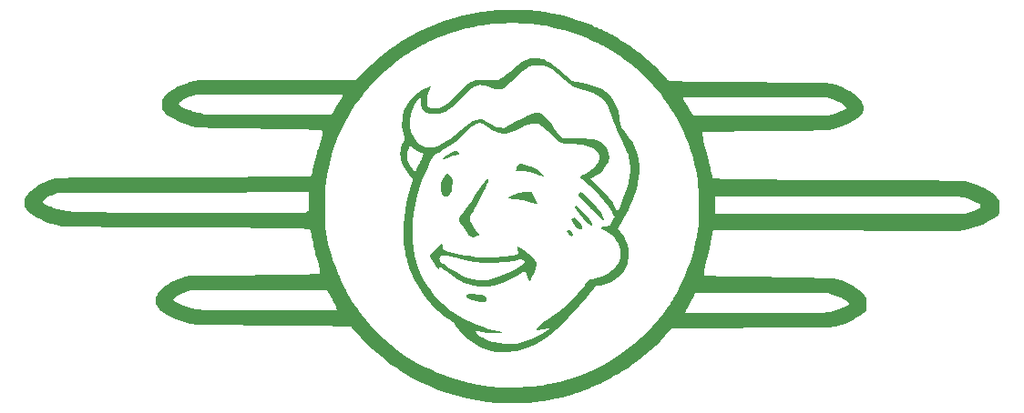
<source format=gto>
G04 #@! TF.GenerationSoftware,KiCad,Pcbnew,7.0.7*
G04 #@! TF.CreationDate,2024-06-10T21:29:32+02:00*
G04 #@! TF.ProjectId,vfd_display,7666645f-6469-4737-906c-61792e6b6963,rev?*
G04 #@! TF.SameCoordinates,Original*
G04 #@! TF.FileFunction,Legend,Top*
G04 #@! TF.FilePolarity,Positive*
%FSLAX46Y46*%
G04 Gerber Fmt 4.6, Leading zero omitted, Abs format (unit mm)*
G04 Created by KiCad (PCBNEW 7.0.7) date 2024-06-10 21:29:32*
%MOMM*%
%LPD*%
G01*
G04 APERTURE LIST*
%ADD10C,3.200000*%
%ADD11C,1.600000*%
%ADD12C,2.000000*%
G04 APERTURE END LIST*
G36*
X152856964Y-76520696D02*
G01*
X153019154Y-76526963D01*
X153299781Y-76545120D01*
X153512190Y-76576000D01*
X153697772Y-76628483D01*
X153897925Y-76711455D01*
X153914566Y-76719104D01*
X154147649Y-76846154D01*
X154434634Y-77032237D01*
X154751492Y-77259211D01*
X155074191Y-77508928D01*
X155378701Y-77763245D01*
X155640994Y-78004018D01*
X155716317Y-78079604D01*
X155970380Y-78324962D01*
X156196909Y-78497870D01*
X156428794Y-78617419D01*
X156698920Y-78702698D01*
X156847422Y-78736158D01*
X157562820Y-78896656D01*
X158174567Y-79062475D01*
X158688658Y-79235988D01*
X159111088Y-79419571D01*
X159447848Y-79615594D01*
X159704931Y-79826433D01*
X159766902Y-79892343D01*
X160119339Y-80364123D01*
X160405051Y-80894374D01*
X160612101Y-81455479D01*
X160728564Y-82019825D01*
X160741337Y-82147856D01*
X160807999Y-82581176D01*
X160934328Y-82927046D01*
X161122541Y-83191451D01*
X161131693Y-83200723D01*
X161263577Y-83353680D01*
X161430225Y-83577797D01*
X161614696Y-83847504D01*
X161800052Y-84137227D01*
X161969347Y-84421400D01*
X162098119Y-84659444D01*
X162340853Y-85252352D01*
X162503067Y-85896789D01*
X162580496Y-86565444D01*
X162568873Y-87231011D01*
X162539294Y-87483750D01*
X162498196Y-87751916D01*
X162456398Y-88005769D01*
X162419989Y-88209159D01*
X162403052Y-88292885D01*
X162302638Y-88669759D01*
X162155985Y-89115843D01*
X161973545Y-89606449D01*
X161765770Y-90116895D01*
X161543113Y-90622491D01*
X161316023Y-91098557D01*
X161094956Y-91520402D01*
X160893065Y-91859199D01*
X160767250Y-92056958D01*
X160668023Y-92221650D01*
X160608451Y-92331097D01*
X160597159Y-92361552D01*
X160628879Y-92426600D01*
X160711592Y-92548599D01*
X160814331Y-92684325D01*
X161122465Y-93109876D01*
X161344126Y-93505645D01*
X161488501Y-93895493D01*
X161564782Y-94303287D01*
X161582954Y-94679889D01*
X161571063Y-95060547D01*
X161532364Y-95371812D01*
X161458936Y-95652339D01*
X161342861Y-95940779D01*
X161310408Y-96009985D01*
X161118540Y-96324839D01*
X160851529Y-96645868D01*
X160538321Y-96944671D01*
X160207866Y-97192852D01*
X159966488Y-97328508D01*
X159574048Y-97494991D01*
X159217328Y-97612737D01*
X158917265Y-97675423D01*
X158789658Y-97684158D01*
X158616773Y-97705179D01*
X158468749Y-97779214D01*
X158322901Y-97922728D01*
X158167685Y-98135427D01*
X157973377Y-98402765D01*
X157704480Y-98736669D01*
X157367562Y-99129923D01*
X156969189Y-99575310D01*
X156515927Y-100065612D01*
X156014341Y-100593612D01*
X155471000Y-101152094D01*
X154906224Y-101720148D01*
X154325093Y-102240792D01*
X153694181Y-102691577D01*
X153001312Y-103079114D01*
X152234306Y-103410012D01*
X151380985Y-103690881D01*
X151164522Y-103750901D01*
X150859513Y-103809252D01*
X150480633Y-103846379D01*
X150061664Y-103862082D01*
X149636387Y-103856158D01*
X149238580Y-103828404D01*
X148902024Y-103778617D01*
X148840142Y-103764829D01*
X148290357Y-103591846D01*
X147734365Y-103341969D01*
X147191225Y-103028820D01*
X146679996Y-102666021D01*
X146219740Y-102267196D01*
X145829513Y-101845970D01*
X145528377Y-101415965D01*
X145510587Y-101384933D01*
X145372239Y-101177297D01*
X145208925Y-101024220D01*
X145031676Y-100911942D01*
X144762552Y-100748005D01*
X144498035Y-100559150D01*
X144217921Y-100329115D01*
X143902009Y-100041644D01*
X143657550Y-99806156D01*
X143217751Y-99340903D01*
X142790955Y-98823969D01*
X142387175Y-98271985D01*
X142016423Y-97701582D01*
X141688714Y-97129391D01*
X141414060Y-96572045D01*
X141202475Y-96046175D01*
X141063969Y-95568409D01*
X141042778Y-95463102D01*
X140995702Y-95257101D01*
X140933817Y-95046303D01*
X140926983Y-95026347D01*
X140868715Y-94812298D01*
X140810429Y-94513224D01*
X140755667Y-94153719D01*
X140707974Y-93758379D01*
X140670891Y-93351801D01*
X140657766Y-93157560D01*
X140652054Y-92804396D01*
X141497612Y-92804396D01*
X141518991Y-93555824D01*
X141580910Y-94231990D01*
X141688401Y-94861412D01*
X141846487Y-95472600D01*
X142060200Y-96094069D01*
X142092382Y-96177228D01*
X142313534Y-96696012D01*
X142558967Y-97174082D01*
X142849536Y-97648715D01*
X143180671Y-98122610D01*
X143464501Y-98497368D01*
X143723076Y-98807231D01*
X143984992Y-99082858D01*
X144278847Y-99354908D01*
X144528773Y-99567873D01*
X144719444Y-99727467D01*
X144877678Y-99862031D01*
X144985044Y-99955758D01*
X145022342Y-99991236D01*
X145077377Y-100035807D01*
X145201952Y-100125214D01*
X145374075Y-100243871D01*
X145470777Y-100309084D01*
X145889380Y-100566192D01*
X146373797Y-100824901D01*
X146902473Y-101076598D01*
X147453854Y-101312675D01*
X148006386Y-101524521D01*
X148538515Y-101703521D01*
X149028687Y-101841067D01*
X149455346Y-101928549D01*
X149560427Y-101942892D01*
X149752148Y-101971932D01*
X149839697Y-102000032D01*
X149828585Y-102025573D01*
X149724322Y-102046944D01*
X149532415Y-102062526D01*
X149258371Y-102070704D01*
X149121699Y-102071542D01*
X148720589Y-102062318D01*
X148331963Y-102036567D01*
X147997759Y-101997359D01*
X147912292Y-101983049D01*
X147694364Y-101947291D01*
X147519298Y-101926499D01*
X147413428Y-101923444D01*
X147395301Y-101928669D01*
X147398319Y-101995051D01*
X147480953Y-102100994D01*
X147626296Y-102233968D01*
X147817442Y-102381442D01*
X148037482Y-102530891D01*
X148269507Y-102669783D01*
X148496612Y-102785590D01*
X148623428Y-102838761D01*
X149038610Y-102961203D01*
X149523931Y-103048716D01*
X150044606Y-103098329D01*
X150565851Y-103107066D01*
X151052879Y-103071949D01*
X151164522Y-103056080D01*
X151694808Y-102938773D01*
X152263581Y-102754633D01*
X152835495Y-102517942D01*
X153375202Y-102242975D01*
X153750614Y-102011430D01*
X154005659Y-101831774D01*
X154166712Y-101702142D01*
X154233336Y-101623216D01*
X154205087Y-101595675D01*
X154081526Y-101620201D01*
X153982431Y-101652708D01*
X153805651Y-101701471D01*
X153579496Y-101746243D01*
X153425798Y-101768321D01*
X153235323Y-101786430D01*
X153125746Y-101782267D01*
X153069793Y-101751668D01*
X153047235Y-101710512D01*
X153052057Y-101631736D01*
X153123262Y-101527611D01*
X153267582Y-101392198D01*
X153491752Y-101219549D01*
X153802504Y-101003726D01*
X153985996Y-100882000D01*
X154556121Y-100496862D01*
X155048702Y-100138848D01*
X155486558Y-99790835D01*
X155793193Y-99525704D01*
X156020110Y-99310273D01*
X156282678Y-99041532D01*
X156562293Y-98740456D01*
X156840357Y-98428018D01*
X157098271Y-98125189D01*
X157317433Y-97852940D01*
X157479247Y-97632245D01*
X157499366Y-97601897D01*
X157614576Y-97435577D01*
X157723272Y-97296737D01*
X157779993Y-97236258D01*
X157873459Y-97186473D01*
X158047494Y-97122184D01*
X158275528Y-97052404D01*
X158483319Y-96997621D01*
X159110558Y-96805682D01*
X159645591Y-96560215D01*
X160087032Y-96262150D01*
X160433491Y-95912417D01*
X160674784Y-95530285D01*
X160815268Y-95120032D01*
X160857984Y-94685858D01*
X160806548Y-94245695D01*
X160664576Y-93817475D01*
X160435683Y-93419130D01*
X160191504Y-93133115D01*
X159953977Y-92911040D01*
X159737442Y-92744169D01*
X159496465Y-92600428D01*
X159291202Y-92497493D01*
X159139187Y-92413416D01*
X159041944Y-92337455D01*
X159020871Y-92294873D01*
X159082013Y-92252659D01*
X159219978Y-92206201D01*
X159376758Y-92171114D01*
X159567633Y-92128649D01*
X159720849Y-92080334D01*
X159790417Y-92045130D01*
X159866456Y-91958436D01*
X159968449Y-91813083D01*
X160077976Y-91639435D01*
X160176618Y-91467855D01*
X160245958Y-91328708D01*
X160268114Y-91257618D01*
X160237563Y-91182757D01*
X160153575Y-91036533D01*
X160027645Y-90835980D01*
X159871267Y-90598135D01*
X159695935Y-90340029D01*
X159513146Y-90078695D01*
X159334391Y-89831170D01*
X159171167Y-89614487D01*
X159090748Y-89512865D01*
X158862178Y-89249059D01*
X158576714Y-88946712D01*
X158260423Y-88631229D01*
X157939369Y-88328015D01*
X157639622Y-88062474D01*
X157420290Y-87884778D01*
X157252852Y-87752181D01*
X157122815Y-87639148D01*
X157052844Y-87565679D01*
X157047312Y-87555606D01*
X157081912Y-87502239D01*
X157192471Y-87426022D01*
X157322026Y-87359243D01*
X157594261Y-87219555D01*
X157881303Y-87047171D01*
X158155364Y-86861098D01*
X158388662Y-86680336D01*
X158553409Y-86523896D01*
X158567494Y-86507363D01*
X158778610Y-86192792D01*
X158884137Y-85891077D01*
X158883471Y-85605455D01*
X158782897Y-85350259D01*
X158657030Y-85172444D01*
X158508453Y-85031203D01*
X158307445Y-84902589D01*
X158093630Y-84794922D01*
X157869614Y-84702435D01*
X157622570Y-84629072D01*
X157334031Y-84571669D01*
X156985531Y-84527058D01*
X156558601Y-84492072D01*
X156209886Y-84471953D01*
X155853360Y-84450174D01*
X155588694Y-84424558D01*
X155398081Y-84392596D01*
X155263705Y-84351780D01*
X155222750Y-84332947D01*
X155120687Y-84260973D01*
X154960645Y-84124756D01*
X154759792Y-83939947D01*
X154535293Y-83722198D01*
X154372716Y-83557985D01*
X154058814Y-83243216D01*
X153799031Y-83003808D01*
X153578034Y-82830228D01*
X153380483Y-82712947D01*
X153191048Y-82642436D01*
X152994391Y-82609162D01*
X152835896Y-82602910D01*
X152673426Y-82607125D01*
X152523194Y-82623836D01*
X152366390Y-82659137D01*
X152184200Y-82719120D01*
X151957811Y-82809885D01*
X151668414Y-82937523D01*
X151345152Y-83085898D01*
X150959664Y-83258868D01*
X150649687Y-83383088D01*
X150395335Y-83463938D01*
X150176720Y-83506793D01*
X149973960Y-83517033D01*
X149798833Y-83504062D01*
X149616185Y-83477474D01*
X149457438Y-83439553D01*
X149300892Y-83380190D01*
X149124845Y-83289278D01*
X148907596Y-83156707D01*
X148627447Y-82972369D01*
X148559582Y-82926798D01*
X148299480Y-82755220D01*
X148107744Y-82638921D01*
X147964419Y-82568140D01*
X147849556Y-82533110D01*
X147743208Y-82524064D01*
X147736967Y-82524129D01*
X147481884Y-82577770D01*
X147187231Y-82730466D01*
X146855989Y-82980184D01*
X146491146Y-83324888D01*
X146360169Y-83463151D01*
X145941925Y-83877025D01*
X145461402Y-84287494D01*
X144948162Y-84672477D01*
X144431764Y-85009896D01*
X143941767Y-85277674D01*
X143911437Y-85292190D01*
X143730741Y-85382566D01*
X143581775Y-85465453D01*
X143509001Y-85513808D01*
X143441306Y-85601797D01*
X143339947Y-85774495D01*
X143212797Y-86015100D01*
X143067732Y-86306804D01*
X142912626Y-86632809D01*
X142755349Y-86976309D01*
X142603780Y-87320502D01*
X142465789Y-87648583D01*
X142349249Y-87943749D01*
X142278484Y-88139801D01*
X141933856Y-89309213D01*
X141687094Y-90497373D01*
X141540898Y-91688142D01*
X141497612Y-92804396D01*
X140652054Y-92804396D01*
X140649077Y-92620345D01*
X140678457Y-92006553D01*
X140742163Y-91341009D01*
X140836452Y-90648537D01*
X140957583Y-89953962D01*
X141101811Y-89282104D01*
X141265397Y-88657791D01*
X141400763Y-88229228D01*
X141478130Y-87978224D01*
X141505884Y-87801357D01*
X141483890Y-87674874D01*
X141412008Y-87575020D01*
X141396837Y-87560801D01*
X141211929Y-87366789D01*
X141006866Y-87108894D01*
X140807329Y-86822876D01*
X140638996Y-86544499D01*
X140569555Y-86408748D01*
X140417711Y-85959198D01*
X140378124Y-85619333D01*
X141007156Y-85619333D01*
X141041196Y-85960444D01*
X141096846Y-86141056D01*
X141179285Y-86311367D01*
X141291481Y-86505041D01*
X141417292Y-86698638D01*
X141540570Y-86868712D01*
X141645168Y-86991823D01*
X141714942Y-87044528D01*
X141719463Y-87045024D01*
X141795199Y-87000171D01*
X141824334Y-86949052D01*
X141859743Y-86865674D01*
X141932665Y-86704885D01*
X142033198Y-86488183D01*
X142151445Y-86237058D01*
X142179079Y-86178849D01*
X142323585Y-85869707D01*
X142421292Y-85645375D01*
X142475915Y-85493299D01*
X142491159Y-85400929D01*
X142470737Y-85355711D01*
X142425566Y-85344955D01*
X142310855Y-85313647D01*
X142137324Y-85230267D01*
X141932301Y-85110631D01*
X141723113Y-84970556D01*
X141555197Y-84841200D01*
X141292154Y-84620968D01*
X141151451Y-84928305D01*
X141044511Y-85261893D01*
X141007156Y-85619333D01*
X140378124Y-85619333D01*
X140362138Y-85482094D01*
X140401739Y-85000380D01*
X140535419Y-84537002D01*
X140672193Y-84256596D01*
X140739827Y-84131576D01*
X140774487Y-84026341D01*
X140774779Y-83912773D01*
X140739314Y-83762751D01*
X140666695Y-83548154D01*
X140632372Y-83452944D01*
X140580372Y-83295220D01*
X140547827Y-83148045D01*
X140531905Y-82981548D01*
X140529776Y-82765864D01*
X140538610Y-82471125D01*
X140538816Y-82465808D01*
X140546616Y-82381642D01*
X141250738Y-82381642D01*
X141273990Y-82862274D01*
X141378126Y-83381706D01*
X141564201Y-83829308D01*
X141834317Y-84208462D01*
X142190575Y-84522552D01*
X142383196Y-84645673D01*
X142562085Y-84741281D01*
X142713599Y-84795187D01*
X142884261Y-84818906D01*
X143103647Y-84823966D01*
X143288735Y-84820753D01*
X143437653Y-84805304D01*
X143580375Y-84768912D01*
X143746878Y-84702861D01*
X143967137Y-84598446D01*
X144090783Y-84537116D01*
X144376907Y-84384116D01*
X144679199Y-84205667D01*
X144953060Y-84028798D01*
X145086255Y-83933867D01*
X145250318Y-83808916D01*
X145403344Y-83688301D01*
X145562353Y-83557659D01*
X145744363Y-83402627D01*
X145966390Y-83208843D01*
X146245456Y-82961946D01*
X146386089Y-82836886D01*
X146724059Y-82575008D01*
X147072739Y-82375314D01*
X147414112Y-82244544D01*
X147730157Y-82189440D01*
X148002858Y-82216745D01*
X148025113Y-82223625D01*
X148181638Y-82291604D01*
X148378059Y-82398738D01*
X148531714Y-82495399D01*
X148859467Y-82703133D01*
X149136661Y-82844335D01*
X149390029Y-82930297D01*
X149646304Y-82972307D01*
X149664753Y-82973871D01*
X150005378Y-83001212D01*
X151201909Y-82372538D01*
X151617050Y-82155088D01*
X151949059Y-81983779D01*
X152211580Y-81853125D01*
X152418254Y-81757642D01*
X152582721Y-81691842D01*
X152718626Y-81650240D01*
X152839607Y-81627354D01*
X152959310Y-81617693D01*
X153083909Y-81615774D01*
X153295555Y-81627761D01*
X153453184Y-81674367D01*
X153610426Y-81771231D01*
X153850057Y-81981466D01*
X154127602Y-82290601D01*
X154440474Y-82695609D01*
X154646435Y-82986796D01*
X154883492Y-83322828D01*
X155075682Y-83574409D01*
X155232261Y-83752483D01*
X155362487Y-83867995D01*
X155426229Y-83908824D01*
X155504437Y-83933335D01*
X155646215Y-83953154D01*
X155861011Y-83968811D01*
X156158278Y-83980835D01*
X156547468Y-83989756D01*
X156971949Y-83995445D01*
X158385647Y-84010071D01*
X158747719Y-84179504D01*
X159141164Y-84413314D01*
X159441014Y-84696670D01*
X159646005Y-85019915D01*
X159754870Y-85373391D01*
X159766350Y-85747440D01*
X159679176Y-86132404D01*
X159492086Y-86518626D01*
X159203814Y-86896449D01*
X159115489Y-86988761D01*
X158845096Y-87220770D01*
X158543432Y-87418597D01*
X158447823Y-87468587D01*
X158266348Y-87560757D01*
X158126473Y-87639819D01*
X158055535Y-87690194D01*
X158052977Y-87693534D01*
X158078619Y-87747709D01*
X158172985Y-87849497D01*
X158317723Y-87979819D01*
X158370005Y-88023074D01*
X158704995Y-88318362D01*
X159057574Y-88670243D01*
X159408358Y-89056002D01*
X159737968Y-89452922D01*
X160027022Y-89838284D01*
X160256141Y-90189370D01*
X160328719Y-90319016D01*
X160434964Y-90519500D01*
X160502755Y-90639411D01*
X160544400Y-90695399D01*
X160572207Y-90704117D01*
X160597742Y-90683010D01*
X160635513Y-90616872D01*
X160705755Y-90471705D01*
X160798166Y-90269475D01*
X160894356Y-90050852D01*
X161191045Y-89324621D01*
X161420276Y-88669291D01*
X161584875Y-88071561D01*
X161687671Y-87518131D01*
X161731492Y-86995702D01*
X161719169Y-86490973D01*
X161697252Y-86275593D01*
X161659123Y-86012784D01*
X161609281Y-85763644D01*
X161542076Y-85513583D01*
X161451862Y-85248009D01*
X161332989Y-84952330D01*
X161179809Y-84611959D01*
X160986674Y-84212302D01*
X160747935Y-83738769D01*
X160615184Y-83480365D01*
X160555807Y-83348074D01*
X160470009Y-83134044D01*
X160366262Y-82860523D01*
X160253030Y-82549759D01*
X160155969Y-82273865D01*
X159986662Y-81793470D01*
X159840859Y-81404176D01*
X159711204Y-81091830D01*
X159590347Y-80842282D01*
X159470933Y-80641382D01*
X159345610Y-80474974D01*
X159207026Y-80328911D01*
X159091811Y-80225768D01*
X158734783Y-79970848D01*
X158299140Y-79748059D01*
X157773689Y-79552236D01*
X157388965Y-79439706D01*
X156893443Y-79283900D01*
X156457027Y-79091336D01*
X156049989Y-78844996D01*
X155642598Y-78527869D01*
X155376515Y-78287970D01*
X154974533Y-77927244D01*
X154615542Y-77648302D01*
X154280717Y-77442323D01*
X153951227Y-77300492D01*
X153608248Y-77213990D01*
X153232952Y-77173999D01*
X152986589Y-77168657D01*
X152764703Y-77176752D01*
X152565413Y-77205032D01*
X152375726Y-77261454D01*
X152182647Y-77353982D01*
X151973183Y-77490574D01*
X151734342Y-77679190D01*
X151453131Y-77927792D01*
X151116554Y-78244336D01*
X150917740Y-78436110D01*
X150672500Y-78669596D01*
X150438017Y-78884902D01*
X150231877Y-79066466D01*
X150071669Y-79198724D01*
X149987931Y-79258850D01*
X149777479Y-79350002D01*
X149531615Y-79383538D01*
X149235471Y-79358554D01*
X148874176Y-79274143D01*
X148552263Y-79171554D01*
X148222442Y-79066367D01*
X147961227Y-79009090D01*
X147738617Y-78999609D01*
X147524611Y-79037807D01*
X147289208Y-79123566D01*
X147192958Y-79166285D01*
X147086113Y-79219147D01*
X146981324Y-79282052D01*
X146868629Y-79364201D01*
X146738067Y-79474794D01*
X146579670Y-79623034D01*
X146383481Y-79818120D01*
X146139533Y-80069250D01*
X145837863Y-80385629D01*
X145598172Y-80639025D01*
X145335529Y-80909027D01*
X145120835Y-81109062D01*
X144934547Y-81255628D01*
X144757123Y-81365218D01*
X144707009Y-81391204D01*
X144274112Y-81570163D01*
X143851331Y-81674351D01*
X143452254Y-81704620D01*
X143090464Y-81661810D01*
X142779548Y-81546770D01*
X142533088Y-81360343D01*
X142444819Y-81250430D01*
X142376891Y-81137015D01*
X142335755Y-81021764D01*
X142314961Y-80872363D01*
X142308051Y-80656499D01*
X142307717Y-80564104D01*
X142304481Y-80349089D01*
X142295826Y-80183157D01*
X142283327Y-80091025D01*
X142276846Y-80080229D01*
X142209307Y-80123018D01*
X142100473Y-80237384D01*
X141967857Y-80402319D01*
X141828982Y-80596818D01*
X141767103Y-80691560D01*
X141488344Y-81229289D01*
X141316236Y-81792585D01*
X141250738Y-82381642D01*
X140546616Y-82381642D01*
X140591723Y-81894832D01*
X140708678Y-81398007D01*
X140899025Y-80954416D01*
X141172109Y-80543145D01*
X141537270Y-80143280D01*
X141605174Y-80078675D01*
X141981639Y-79751456D01*
X142334005Y-79501144D01*
X142690358Y-79308166D01*
X142749567Y-79281328D01*
X142971641Y-79188658D01*
X143107269Y-79149719D01*
X143166758Y-79166576D01*
X143160414Y-79241297D01*
X143110075Y-79353587D01*
X142972638Y-79681585D01*
X142879704Y-80025319D01*
X142834707Y-80358224D01*
X142841082Y-80653737D01*
X142902264Y-80885286D01*
X142910013Y-80900997D01*
X143050227Y-81055232D01*
X143275009Y-81144259D01*
X143579663Y-81166601D01*
X143723351Y-81156483D01*
X143928323Y-81126013D01*
X144120826Y-81074303D01*
X144311224Y-80993595D01*
X144509881Y-80876126D01*
X144727162Y-80714140D01*
X144973429Y-80499874D01*
X145259046Y-80225571D01*
X145594377Y-79883468D01*
X145989786Y-79465809D01*
X146009479Y-79444773D01*
X146261515Y-79185974D01*
X146476973Y-78994949D01*
X146685117Y-78851753D01*
X146915206Y-78736434D01*
X147196504Y-78629044D01*
X147215979Y-78622303D01*
X147391107Y-78571592D01*
X147574426Y-78542979D01*
X147799772Y-78533249D01*
X148093433Y-78538912D01*
X148489571Y-78552644D01*
X148793712Y-78560751D01*
X149023470Y-78561592D01*
X149196460Y-78553527D01*
X149330291Y-78534919D01*
X149442580Y-78504124D01*
X149550940Y-78459503D01*
X149672981Y-78399416D01*
X149691286Y-78390122D01*
X149871318Y-78282374D01*
X150101079Y-78121350D01*
X150350587Y-77929115D01*
X150582359Y-77734368D01*
X150932239Y-77429774D01*
X151219220Y-77190894D01*
X151458779Y-77006709D01*
X151666392Y-76866199D01*
X151857530Y-76758348D01*
X152047672Y-76672136D01*
X152107002Y-76648780D01*
X152302230Y-76579193D01*
X152466060Y-76538154D01*
X152637852Y-76520408D01*
X152856964Y-76520696D01*
G37*
G36*
X144314689Y-93823021D02*
G01*
X144335655Y-93960844D01*
X144336831Y-94019938D01*
X144347797Y-94184303D01*
X144375522Y-94303129D01*
X144391671Y-94330315D01*
X144486354Y-94380825D01*
X144672402Y-94445249D01*
X144932937Y-94519808D01*
X145251080Y-94600717D01*
X145609952Y-94684199D01*
X145992676Y-94766465D01*
X146382373Y-94843737D01*
X146762161Y-94912231D01*
X147115165Y-94968167D01*
X147405857Y-95005736D01*
X147711867Y-95029175D01*
X148073652Y-95040133D01*
X148475485Y-95039719D01*
X148901637Y-95029037D01*
X149336379Y-95009196D01*
X149763984Y-94981305D01*
X150168724Y-94946471D01*
X150534871Y-94905800D01*
X150846696Y-94860401D01*
X151088469Y-94811383D01*
X151244465Y-94759850D01*
X151286440Y-94732450D01*
X151316584Y-94658007D01*
X151308526Y-94518423D01*
X151278456Y-94363859D01*
X151245653Y-94193004D01*
X151232130Y-94069784D01*
X151237351Y-94028389D01*
X151301394Y-94036865D01*
X151432368Y-94104246D01*
X151613776Y-94218242D01*
X151829114Y-94366560D01*
X152061887Y-94536911D01*
X152295591Y-94717006D01*
X152513727Y-94894548D01*
X152699795Y-95057250D01*
X152837295Y-95192819D01*
X152894198Y-95262596D01*
X152982039Y-95420286D01*
X153019992Y-95579874D01*
X153008658Y-95769941D01*
X152948637Y-96019079D01*
X152912567Y-96137146D01*
X152775106Y-96541780D01*
X152646995Y-96860390D01*
X152531102Y-97087148D01*
X152430296Y-97216227D01*
X152367026Y-97245431D01*
X152332299Y-97197012D01*
X152275270Y-97067672D01*
X152206014Y-96881282D01*
X152176120Y-96792993D01*
X152107000Y-96587028D01*
X152050159Y-96424700D01*
X152014540Y-96331273D01*
X152008208Y-96318820D01*
X151955858Y-96332927D01*
X151845120Y-96393648D01*
X151782598Y-96433267D01*
X151546388Y-96577539D01*
X151241640Y-96747397D01*
X150898358Y-96927650D01*
X150546547Y-97103105D01*
X150216216Y-97258569D01*
X149937372Y-97378849D01*
X149844092Y-97414759D01*
X149122343Y-97632524D01*
X148433777Y-97746561D01*
X147776498Y-97757060D01*
X147218791Y-97680017D01*
X146929568Y-97608281D01*
X146622172Y-97516851D01*
X146352257Y-97422627D01*
X146293331Y-97399026D01*
X146012386Y-97264216D01*
X145676240Y-97074781D01*
X145312315Y-96848226D01*
X144948039Y-96602058D01*
X144610832Y-96353777D01*
X144435205Y-96212991D01*
X144270532Y-96080636D01*
X144135604Y-95981232D01*
X144053903Y-95931813D01*
X144044005Y-95929250D01*
X143990836Y-95974921D01*
X143964475Y-96038932D01*
X143922117Y-96126632D01*
X143889527Y-96146113D01*
X143845254Y-96101321D01*
X143759010Y-95983189D01*
X143644227Y-95813035D01*
X143514339Y-95612182D01*
X143382779Y-95401949D01*
X143262977Y-95203657D01*
X143204951Y-95102434D01*
X144009119Y-95102434D01*
X144012367Y-95244030D01*
X144080591Y-95407554D01*
X144191090Y-95549045D01*
X144268848Y-95605388D01*
X144361869Y-95660212D01*
X144522575Y-95761759D01*
X144727859Y-95895209D01*
X144940082Y-96035994D01*
X145559036Y-96426573D01*
X146126431Y-96731684D01*
X146654462Y-96955108D01*
X147155327Y-97100623D01*
X147641218Y-97172012D01*
X148124336Y-97173053D01*
X148477319Y-97132366D01*
X149069821Y-96997629D01*
X149698907Y-96781500D01*
X150338891Y-96492872D01*
X150369332Y-96477405D01*
X150721496Y-96292828D01*
X151052797Y-96110422D01*
X151349915Y-95938332D01*
X151599526Y-95784695D01*
X151788305Y-95657653D01*
X151902932Y-95565345D01*
X151932295Y-95522392D01*
X151895567Y-95444705D01*
X151804466Y-95334846D01*
X151775923Y-95306388D01*
X151619552Y-95156575D01*
X151213804Y-95269366D01*
X150808640Y-95361758D01*
X150324852Y-95438901D01*
X149792856Y-95497389D01*
X149243071Y-95533812D01*
X148753162Y-95544913D01*
X148037727Y-95527383D01*
X147375615Y-95471985D01*
X146728318Y-95373126D01*
X146057337Y-95225218D01*
X145488490Y-95070969D01*
X145093104Y-94961231D01*
X144786031Y-94888050D01*
X144552838Y-94849605D01*
X144379090Y-94844079D01*
X144250354Y-94869649D01*
X144178188Y-94905797D01*
X144066768Y-95007309D01*
X144009119Y-95102434D01*
X143204951Y-95102434D01*
X143168371Y-95038623D01*
X143112388Y-94928170D01*
X143102910Y-94897642D01*
X143138180Y-94838834D01*
X143234759Y-94716746D01*
X143378801Y-94547983D01*
X143556459Y-94349150D01*
X143599009Y-94302663D01*
X143846571Y-94042096D01*
X144035025Y-93866491D01*
X144171267Y-93773203D01*
X144262190Y-93759594D01*
X144314689Y-93823021D01*
G37*
G36*
X148547322Y-87852521D02*
G01*
X148520961Y-87991267D01*
X148472899Y-88112838D01*
X148382535Y-88314139D01*
X148258533Y-88577778D01*
X148109555Y-88886364D01*
X147944264Y-89222499D01*
X147771323Y-89568797D01*
X147599392Y-89907864D01*
X147437138Y-90222304D01*
X147293221Y-90494727D01*
X147176306Y-90707740D01*
X147119307Y-90805421D01*
X146963299Y-91080822D01*
X146874420Y-91298749D01*
X146849543Y-91485957D01*
X146885540Y-91669199D01*
X146979288Y-91875231D01*
X146991646Y-91897990D01*
X147180717Y-92222029D01*
X147363164Y-92496596D01*
X147524732Y-92701016D01*
X147593481Y-92770687D01*
X147678059Y-92861056D01*
X147709546Y-92920091D01*
X147661527Y-92980393D01*
X147538741Y-93050947D01*
X147373102Y-93116511D01*
X147207673Y-93159816D01*
X147075733Y-93172357D01*
X146967931Y-93139844D01*
X146840192Y-93046393D01*
X146802327Y-93013705D01*
X146697514Y-92902418D01*
X146555074Y-92725231D01*
X146391170Y-92505326D01*
X146221966Y-92265892D01*
X146063626Y-92030110D01*
X145932313Y-91821166D01*
X145844193Y-91662247D01*
X145820063Y-91604783D01*
X145807962Y-91500228D01*
X145840987Y-91377053D01*
X145927430Y-91219479D01*
X146075584Y-91011729D01*
X146242969Y-90800210D01*
X146440935Y-90543089D01*
X146687978Y-90199635D01*
X146978232Y-89778440D01*
X147305828Y-89288100D01*
X147664901Y-88737207D01*
X147873778Y-88411369D01*
X148034157Y-88181661D01*
X148189287Y-87997492D01*
X148328667Y-87865679D01*
X148441801Y-87793035D01*
X148518185Y-87786378D01*
X148547322Y-87852521D01*
G37*
G36*
X151664635Y-86364619D02*
G01*
X151893908Y-86411185D01*
X152145994Y-86472506D01*
X152393746Y-86542153D01*
X152610016Y-86613691D01*
X152722041Y-86658693D01*
X152886551Y-86747665D01*
X153077753Y-86873805D01*
X153273967Y-87019688D01*
X153453516Y-87167889D01*
X153594717Y-87300989D01*
X153675897Y-87401559D01*
X153687205Y-87434412D01*
X153674400Y-87467448D01*
X153626329Y-87477077D01*
X153528502Y-87460030D01*
X153366434Y-87413034D01*
X153125638Y-87332823D01*
X152919432Y-87261109D01*
X152634986Y-87164244D01*
X152414457Y-87099876D01*
X152219496Y-87060865D01*
X152011752Y-87040063D01*
X151752875Y-87030328D01*
X151671985Y-87028719D01*
X151426673Y-87024297D01*
X151227626Y-87020711D01*
X151096729Y-87018351D01*
X151055279Y-87017603D01*
X151074186Y-86971273D01*
X151123559Y-86850122D01*
X151188937Y-86689645D01*
X151266735Y-86517267D01*
X151337888Y-86391170D01*
X151383129Y-86341485D01*
X151485326Y-86339242D01*
X151664635Y-86364619D01*
G37*
G36*
X152560363Y-88942965D02*
G01*
X152578965Y-88952165D01*
X152627365Y-89018821D01*
X152702510Y-89158266D01*
X152792742Y-89344365D01*
X152886404Y-89550981D01*
X152971843Y-89751972D01*
X153037399Y-89921205D01*
X153071417Y-90032543D01*
X153072656Y-90059181D01*
X153017703Y-90060248D01*
X152885751Y-90028055D01*
X152702018Y-89969139D01*
X152639833Y-89946960D01*
X151876752Y-89724218D01*
X151103480Y-89607623D01*
X150835479Y-89592437D01*
X150613294Y-89580853D01*
X150440964Y-89563415D01*
X150341584Y-89542930D01*
X150326519Y-89530541D01*
X150384586Y-89473921D01*
X150521089Y-89391784D01*
X150711389Y-89296091D01*
X150930839Y-89198802D01*
X151154795Y-89111879D01*
X151266805Y-89074131D01*
X151480166Y-89019648D01*
X151730968Y-88974816D01*
X151991800Y-88942185D01*
X152235250Y-88924300D01*
X152433909Y-88923710D01*
X152560363Y-88942965D01*
G37*
G36*
X157230591Y-89006540D02*
G01*
X157409440Y-89123867D01*
X157627219Y-89303054D01*
X157871080Y-89530715D01*
X158128183Y-89793465D01*
X158385683Y-90077918D01*
X158630738Y-90370692D01*
X158850505Y-90658397D01*
X159032138Y-90927653D01*
X159103114Y-91048409D01*
X159234325Y-91297769D01*
X159310717Y-91473994D01*
X159330199Y-91575930D01*
X159290672Y-91602422D01*
X159190042Y-91552316D01*
X159026213Y-91424460D01*
X158797090Y-91217696D01*
X158500576Y-90930874D01*
X158134578Y-90562836D01*
X158032931Y-90458982D01*
X157747249Y-90164105D01*
X157486598Y-89890821D01*
X157260966Y-89649937D01*
X157080341Y-89452264D01*
X156954708Y-89308612D01*
X156894054Y-89229793D01*
X156890452Y-89222319D01*
X156897998Y-89093637D01*
X156986051Y-88996278D01*
X157103511Y-88964455D01*
X157230591Y-89006540D01*
G37*
G36*
X156739684Y-90263507D02*
G01*
X156870897Y-90365956D01*
X157043172Y-90517112D01*
X157239938Y-90700948D01*
X157444620Y-90901437D01*
X157640645Y-91102549D01*
X157811440Y-91288256D01*
X157940432Y-91442530D01*
X157979393Y-91495907D01*
X158126003Y-91734759D01*
X158208630Y-91921118D01*
X158227209Y-92046994D01*
X158181675Y-92104394D01*
X158071964Y-92085329D01*
X157983822Y-92039099D01*
X157862692Y-91943665D01*
X157696528Y-91784119D01*
X157506664Y-91583670D01*
X157314446Y-91365522D01*
X157141214Y-91152880D01*
X157031358Y-91003378D01*
X156912890Y-90833924D01*
X156773921Y-90639802D01*
X156717021Y-90561699D01*
X156604899Y-90386205D01*
X156576268Y-90276696D01*
X156630468Y-90228816D01*
X156666107Y-90225796D01*
X156739684Y-90263507D01*
G37*
G36*
X144926638Y-87336562D02*
G01*
X145075549Y-87496830D01*
X145101706Y-87538893D01*
X145165848Y-87678347D01*
X145199780Y-87843929D01*
X145210088Y-88072388D01*
X145209766Y-88141842D01*
X145184573Y-88534843D01*
X145114847Y-88845439D01*
X144994833Y-89093827D01*
X144904671Y-89211959D01*
X144728176Y-89363389D01*
X144561023Y-89405970D01*
X144404501Y-89339670D01*
X144299434Y-89224949D01*
X144235796Y-89118482D01*
X144194688Y-88995271D01*
X144169823Y-88825762D01*
X144154919Y-88580403D01*
X144153229Y-88537257D01*
X144147027Y-88285029D01*
X144154605Y-88107044D01*
X144181423Y-87968177D01*
X144232937Y-87833309D01*
X144276785Y-87742063D01*
X144434919Y-87486771D01*
X144600094Y-87333066D01*
X144766076Y-87282486D01*
X144926638Y-87336562D01*
G37*
G36*
X147213960Y-98458540D02*
G01*
X147513519Y-98484213D01*
X147797899Y-98513277D01*
X147993888Y-98540515D01*
X148122555Y-98571101D01*
X148204970Y-98610216D01*
X148262198Y-98663039D01*
X148267582Y-98669564D01*
X148354707Y-98840587D01*
X148347577Y-99003768D01*
X148247410Y-99133165D01*
X148245754Y-99134332D01*
X148165162Y-99182095D01*
X148076946Y-99206309D01*
X147956189Y-99207147D01*
X147777973Y-99184785D01*
X147517603Y-99139435D01*
X147135590Y-99060363D01*
X146853495Y-98979277D01*
X146661596Y-98891033D01*
X146550175Y-98790491D01*
X146509511Y-98672508D01*
X146512350Y-98607620D01*
X146541511Y-98530236D01*
X146612437Y-98478341D01*
X146738946Y-98450228D01*
X146934849Y-98444195D01*
X147213960Y-98458540D01*
G37*
G36*
X145615762Y-85166567D02*
G01*
X145723687Y-85263382D01*
X145812325Y-85377002D01*
X145844957Y-85462033D01*
X145797588Y-85496683D01*
X145694143Y-85510129D01*
X145484065Y-85535573D01*
X145202870Y-85605718D01*
X144876102Y-85713430D01*
X144642711Y-85803751D01*
X144446581Y-85883867D01*
X144330911Y-85927933D01*
X144274493Y-85941045D01*
X144256113Y-85928304D01*
X144254569Y-85897036D01*
X144300739Y-85817716D01*
X144424360Y-85706426D01*
X144603089Y-85576727D01*
X144814588Y-85442174D01*
X145036521Y-85316325D01*
X145246546Y-85212737D01*
X145422324Y-85144969D01*
X145525640Y-85125635D01*
X145615762Y-85166567D01*
G37*
G36*
X156708151Y-91443128D02*
G01*
X156925712Y-91630965D01*
X157022674Y-91735774D01*
X157176913Y-91942020D01*
X157272573Y-92135669D01*
X157300332Y-92294000D01*
X157280111Y-92363253D01*
X157204545Y-92405287D01*
X157098838Y-92419432D01*
X156997169Y-92394210D01*
X156870544Y-92310502D01*
X156702494Y-92156231D01*
X156608507Y-92060090D01*
X156405016Y-91827595D01*
X156291629Y-91646587D01*
X156265846Y-91509786D01*
X156325160Y-91409909D01*
X156373914Y-91377720D01*
X156523996Y-91358591D01*
X156708151Y-91443128D01*
G37*
G36*
X156087540Y-92479319D02*
G01*
X156216580Y-92569821D01*
X156327226Y-92725029D01*
X156349512Y-92773004D01*
X156395221Y-92945131D01*
X156369687Y-93047179D01*
X156288793Y-93075707D01*
X156168416Y-93027264D01*
X156024438Y-92898408D01*
X155985613Y-92851959D01*
X155880531Y-92704913D01*
X155844556Y-92607272D01*
X155864885Y-92536624D01*
X155962760Y-92464570D01*
X156087540Y-92479319D01*
G37*
G36*
X151121186Y-71999766D02*
G01*
X151376380Y-72001644D01*
X151597601Y-72004841D01*
X151791086Y-72009530D01*
X151963072Y-72015881D01*
X152119798Y-72024063D01*
X152267499Y-72034251D01*
X152347264Y-72040781D01*
X153091395Y-72116372D01*
X153803351Y-72212911D01*
X154493424Y-72332526D01*
X155171915Y-72477338D01*
X155849117Y-72649472D01*
X156535327Y-72851057D01*
X156993005Y-72999534D01*
X157337289Y-73117733D01*
X157636716Y-73226057D01*
X157891782Y-73324697D01*
X158102984Y-73413854D01*
X158270814Y-73493725D01*
X158364082Y-73545000D01*
X158475431Y-73602074D01*
X158612416Y-73658686D01*
X158754881Y-73706553D01*
X158763019Y-73708925D01*
X158910911Y-73759829D01*
X159091983Y-73835908D01*
X159302067Y-73934708D01*
X159536991Y-74053777D01*
X159792587Y-74190667D01*
X160064683Y-74342922D01*
X160349107Y-74508091D01*
X160641691Y-74683725D01*
X160938265Y-74867372D01*
X161234657Y-75056576D01*
X161526698Y-75248890D01*
X161810218Y-75441860D01*
X162081045Y-75633035D01*
X162265922Y-75768255D01*
X162442664Y-75900373D01*
X162593968Y-76015450D01*
X162729140Y-76121057D01*
X162857485Y-76224770D01*
X162988306Y-76334158D01*
X163130908Y-76456796D01*
X163294597Y-76600257D01*
X163369286Y-76666253D01*
X163498898Y-76780431D01*
X163631606Y-76896393D01*
X163758441Y-77006366D01*
X163870434Y-77102582D01*
X163958612Y-77177266D01*
X163973233Y-77189461D01*
X164090257Y-77288594D01*
X164191674Y-77379624D01*
X164285894Y-77471151D01*
X164381326Y-77571774D01*
X164486378Y-77690086D01*
X164609460Y-77834690D01*
X164640480Y-77871706D01*
X164791036Y-78050546D01*
X164916167Y-78196280D01*
X165019137Y-78312341D01*
X165103207Y-78402163D01*
X165171643Y-78469181D01*
X165227704Y-78516830D01*
X165274656Y-78548544D01*
X165292514Y-78557972D01*
X165359256Y-78582470D01*
X165451086Y-78602089D01*
X165575828Y-78618208D01*
X165692158Y-78628559D01*
X165819725Y-78636643D01*
X165992731Y-78644634D01*
X166210156Y-78652521D01*
X166470983Y-78660288D01*
X166774194Y-78667925D01*
X167118767Y-78675416D01*
X167503688Y-78682751D01*
X167927934Y-78689914D01*
X168390489Y-78696895D01*
X168890332Y-78703680D01*
X169426447Y-78710255D01*
X169997814Y-78716606D01*
X170603415Y-78722725D01*
X171242231Y-78728594D01*
X171913243Y-78734200D01*
X172615432Y-78739533D01*
X173347779Y-78744577D01*
X174109267Y-78749321D01*
X174898877Y-78753753D01*
X175715591Y-78757857D01*
X175866333Y-78758565D01*
X176402782Y-78761148D01*
X176894933Y-78763757D01*
X177344942Y-78766471D01*
X177754966Y-78769371D01*
X178127167Y-78772539D01*
X178463700Y-78776052D01*
X178766724Y-78779996D01*
X179038394Y-78784445D01*
X179280873Y-78789483D01*
X179496317Y-78795189D01*
X179686882Y-78801643D01*
X179854729Y-78808928D01*
X180002011Y-78817121D01*
X180130893Y-78826305D01*
X180243529Y-78836558D01*
X180342075Y-78847961D01*
X180428694Y-78860596D01*
X180505540Y-78874540D01*
X180574774Y-78889878D01*
X180638551Y-78906687D01*
X180699030Y-78925047D01*
X180744361Y-78940174D01*
X180890273Y-78994856D01*
X181066794Y-79068130D01*
X181265936Y-79156094D01*
X181479722Y-79254839D01*
X181700170Y-79360463D01*
X181919297Y-79469060D01*
X182129119Y-79576727D01*
X182321660Y-79679557D01*
X182488932Y-79773645D01*
X182622958Y-79855086D01*
X182648133Y-79871547D01*
X182849997Y-80025692D01*
X183025624Y-80199775D01*
X183172357Y-80388638D01*
X183287539Y-80587117D01*
X183368513Y-80790053D01*
X183412622Y-80992287D01*
X183417211Y-81188656D01*
X183394919Y-81322079D01*
X183314543Y-81543718D01*
X183192084Y-81751040D01*
X183030921Y-81939329D01*
X182837136Y-82101940D01*
X182433557Y-82363848D01*
X182000186Y-82597608D01*
X181545251Y-82799962D01*
X181076974Y-82967658D01*
X180603585Y-83097436D01*
X180133311Y-83186041D01*
X180079989Y-83193417D01*
X180026214Y-83199487D01*
X179958303Y-83205072D01*
X179873620Y-83210232D01*
X179769527Y-83215022D01*
X179643395Y-83219504D01*
X179492585Y-83223734D01*
X179314464Y-83227772D01*
X179106397Y-83231672D01*
X178865749Y-83235497D01*
X178589886Y-83239302D01*
X178276173Y-83243146D01*
X177921975Y-83247087D01*
X177524657Y-83251183D01*
X177411041Y-83252309D01*
X176730631Y-83259030D01*
X176094648Y-83265364D01*
X175501065Y-83271344D01*
X174947853Y-83276999D01*
X174432985Y-83282362D01*
X173954435Y-83287463D01*
X173510171Y-83292333D01*
X173098168Y-83297003D01*
X172716399Y-83301503D01*
X172362832Y-83305864D01*
X172035442Y-83310117D01*
X171732203Y-83314293D01*
X171451083Y-83318424D01*
X171190057Y-83322540D01*
X170947095Y-83326671D01*
X170720171Y-83330847D01*
X170507257Y-83335104D01*
X170306323Y-83339465D01*
X170115343Y-83343966D01*
X169932289Y-83348639D01*
X169755133Y-83353511D01*
X169581846Y-83358615D01*
X169410401Y-83363981D01*
X169238770Y-83369641D01*
X169064927Y-83375624D01*
X168886841Y-83381962D01*
X168886105Y-83381988D01*
X168456374Y-83397495D01*
X168473608Y-83725765D01*
X168483886Y-83897467D01*
X168496323Y-84041397D01*
X168513177Y-84169469D01*
X168536707Y-84293600D01*
X168569172Y-84425705D01*
X168612831Y-84577701D01*
X168669934Y-84761480D01*
X168708555Y-84883558D01*
X168742025Y-84990646D01*
X168771760Y-85088210D01*
X168799178Y-85181716D01*
X168825694Y-85276627D01*
X168852724Y-85378408D01*
X168881686Y-85492524D01*
X168913997Y-85624439D01*
X168951073Y-85779617D01*
X168994328Y-85963524D01*
X169045182Y-86181625D01*
X169105048Y-86439382D01*
X169106722Y-86446592D01*
X169169560Y-86717851D01*
X169222800Y-86947411D01*
X169267716Y-87138740D01*
X169305583Y-87295307D01*
X169337672Y-87420580D01*
X169365259Y-87518028D01*
X169389616Y-87591119D01*
X169412018Y-87643321D01*
X169433737Y-87678106D01*
X169456044Y-87698939D01*
X169480217Y-87709287D01*
X169507528Y-87712622D01*
X169539253Y-87712412D01*
X169571353Y-87712044D01*
X169616302Y-87712916D01*
X169701551Y-87714949D01*
X169820957Y-87717985D01*
X169968379Y-87721862D01*
X170137678Y-87726416D01*
X170322711Y-87731493D01*
X170465658Y-87735474D01*
X170810277Y-87744459D01*
X171194667Y-87753200D01*
X171619164Y-87761698D01*
X172084107Y-87769960D01*
X172589834Y-87777987D01*
X173136683Y-87785785D01*
X173724991Y-87793352D01*
X174355094Y-87800694D01*
X175027334Y-87807815D01*
X175742048Y-87814715D01*
X176499569Y-87821399D01*
X177300242Y-87827869D01*
X178144400Y-87834129D01*
X179032383Y-87840181D01*
X179964529Y-87846029D01*
X180941174Y-87851677D01*
X181962658Y-87857124D01*
X183029317Y-87862377D01*
X184141490Y-87867438D01*
X185299514Y-87872309D01*
X186249565Y-87876035D01*
X186897902Y-87878507D01*
X187501440Y-87880828D01*
X188061835Y-87883016D01*
X188580746Y-87885086D01*
X189059832Y-87887059D01*
X189500749Y-87888953D01*
X189905155Y-87890782D01*
X190274705Y-87892565D01*
X190611063Y-87894320D01*
X190915882Y-87896066D01*
X191190821Y-87897819D01*
X191437537Y-87899595D01*
X191657688Y-87901414D01*
X191852931Y-87903293D01*
X192024926Y-87905248D01*
X192175329Y-87907299D01*
X192305797Y-87909461D01*
X192417990Y-87911753D01*
X192513562Y-87914193D01*
X192594175Y-87916798D01*
X192661484Y-87919583D01*
X192717148Y-87922571D01*
X192762824Y-87925775D01*
X192800169Y-87929214D01*
X192830841Y-87932907D01*
X192856498Y-87936866D01*
X192878799Y-87941116D01*
X192899401Y-87945671D01*
X192902596Y-87946417D01*
X193133673Y-88007867D01*
X193392938Y-88089357D01*
X193669027Y-88186546D01*
X193950579Y-88295097D01*
X194226232Y-88410673D01*
X194484624Y-88528937D01*
X194665119Y-88619333D01*
X194925697Y-88763547D01*
X195156970Y-88909420D01*
X195371931Y-89066473D01*
X195583564Y-89244232D01*
X195804859Y-89452218D01*
X195815953Y-89463133D01*
X196032929Y-89676955D01*
X196048271Y-89954913D01*
X196052491Y-90094925D01*
X196051620Y-90254998D01*
X196046268Y-90424184D01*
X196037045Y-90591540D01*
X196024570Y-90746126D01*
X196009451Y-90876992D01*
X195992303Y-90973193D01*
X195990941Y-90978752D01*
X195970938Y-91040482D01*
X195940717Y-91095798D01*
X195894536Y-91150162D01*
X195826646Y-91209040D01*
X195731302Y-91277897D01*
X195602757Y-91362200D01*
X195557803Y-91390724D01*
X195028297Y-91698026D01*
X194480349Y-91962850D01*
X193913046Y-92185581D01*
X193325479Y-92366607D01*
X193129985Y-92416529D01*
X192953109Y-92458419D01*
X192797701Y-92492255D01*
X192654542Y-92519188D01*
X192514416Y-92540368D01*
X192368104Y-92556946D01*
X192206391Y-92570077D01*
X192020054Y-92580908D01*
X191799880Y-92590593D01*
X191708312Y-92594107D01*
X191575730Y-92597879D01*
X191400499Y-92601000D01*
X191186422Y-92603489D01*
X190937300Y-92605361D01*
X190656938Y-92606632D01*
X190349138Y-92607323D01*
X190017706Y-92607449D01*
X189666440Y-92607029D01*
X189299149Y-92606079D01*
X188919631Y-92604614D01*
X188531692Y-92602652D01*
X188139132Y-92600213D01*
X187745758Y-92597313D01*
X187355372Y-92593967D01*
X186971775Y-92590195D01*
X186598771Y-92586011D01*
X186240166Y-92581438D01*
X185899757Y-92576487D01*
X185581353Y-92571177D01*
X185288752Y-92565527D01*
X185262345Y-92564970D01*
X185153721Y-92563127D01*
X185000737Y-92561242D01*
X184805494Y-92559323D01*
X184570091Y-92557379D01*
X184296627Y-92555420D01*
X183987201Y-92553453D01*
X183643914Y-92551487D01*
X183268862Y-92549533D01*
X182864148Y-92547597D01*
X182431868Y-92545690D01*
X181974121Y-92543819D01*
X181493008Y-92541992D01*
X180990628Y-92540221D01*
X180469078Y-92538515D01*
X179930459Y-92536879D01*
X179376870Y-92535323D01*
X178810410Y-92533858D01*
X178233180Y-92532492D01*
X177647273Y-92531232D01*
X177054794Y-92530087D01*
X176853553Y-92529730D01*
X169501666Y-92516910D01*
X169410516Y-92611130D01*
X169359196Y-92667100D01*
X169336221Y-92704763D01*
X169336037Y-92737587D01*
X169346823Y-92765610D01*
X169354728Y-92792534D01*
X169357263Y-92831770D01*
X169353736Y-92889235D01*
X169343460Y-92970848D01*
X169325746Y-93082523D01*
X169299899Y-93230177D01*
X169279706Y-93341209D01*
X169226061Y-93629838D01*
X169177865Y-93880413D01*
X169133405Y-94100788D01*
X169090968Y-94298807D01*
X169048841Y-94482323D01*
X169005310Y-94659186D01*
X168958663Y-94837243D01*
X168931451Y-94937110D01*
X168862290Y-95188960D01*
X168804594Y-95402078D01*
X168757099Y-95582409D01*
X168718530Y-95735896D01*
X168687621Y-95868487D01*
X168663103Y-95986126D01*
X168643704Y-96094759D01*
X168628159Y-96200328D01*
X168615194Y-96308781D01*
X168603543Y-96426062D01*
X168596344Y-96506719D01*
X168590854Y-96603836D01*
X168595411Y-96663571D01*
X168610696Y-96694044D01*
X168612126Y-96695245D01*
X168653788Y-96709622D01*
X168741681Y-96723474D01*
X168875576Y-96736797D01*
X169055250Y-96749582D01*
X169280477Y-96761822D01*
X169551033Y-96773509D01*
X169866690Y-96784636D01*
X170227223Y-96795192D01*
X170632409Y-96805172D01*
X171082021Y-96814569D01*
X171575834Y-96823373D01*
X172113622Y-96831578D01*
X172695160Y-96839177D01*
X172869829Y-96841239D01*
X173497905Y-96848602D01*
X174081552Y-96855672D01*
X174622793Y-96862483D01*
X175123655Y-96869072D01*
X175586164Y-96875475D01*
X176012349Y-96881728D01*
X176404230Y-96887864D01*
X176763835Y-96893922D01*
X177093192Y-96899936D01*
X177394324Y-96905941D01*
X177669258Y-96911976D01*
X177920020Y-96918074D01*
X178148635Y-96924272D01*
X178357131Y-96930603D01*
X178547533Y-96937106D01*
X178721864Y-96943816D01*
X178746692Y-96944839D01*
X178972902Y-96954231D01*
X179213752Y-96964196D01*
X179457964Y-96974267D01*
X179694262Y-96983983D01*
X179911364Y-96992879D01*
X180097995Y-97000490D01*
X180163645Y-97003153D01*
X180381202Y-97012909D01*
X180561168Y-97023732D01*
X180712400Y-97037038D01*
X180843766Y-97054239D01*
X180964125Y-97076750D01*
X181082343Y-97105981D01*
X181207279Y-97143347D01*
X181347795Y-97190262D01*
X181357081Y-97193469D01*
X181708261Y-97330981D01*
X182069055Y-97502312D01*
X182426679Y-97700579D01*
X182768354Y-97918899D01*
X182960287Y-98056582D01*
X183154077Y-98207288D01*
X183310621Y-98341983D01*
X183433912Y-98466040D01*
X183527944Y-98584833D01*
X183596712Y-98703742D01*
X183644210Y-98828136D01*
X183674434Y-98963396D01*
X183683536Y-99029890D01*
X183693952Y-99147074D01*
X183700916Y-99280938D01*
X183704514Y-99422404D01*
X183704821Y-99562393D01*
X183701923Y-99691820D01*
X183695900Y-99801608D01*
X183686830Y-99882673D01*
X183675557Y-99924651D01*
X183641501Y-99968144D01*
X183577859Y-100033610D01*
X183491807Y-100114619D01*
X183390517Y-100204738D01*
X183281169Y-100297539D01*
X183170938Y-100386590D01*
X183095579Y-100444381D01*
X182774258Y-100666775D01*
X182438480Y-100863771D01*
X182082716Y-101037713D01*
X181701445Y-101190938D01*
X181289140Y-101325788D01*
X180840274Y-101444603D01*
X180611524Y-101496344D01*
X180233330Y-101577670D01*
X173078887Y-101605509D01*
X172503690Y-101607768D01*
X171939742Y-101610019D01*
X171388866Y-101612258D01*
X170852879Y-101614472D01*
X170333602Y-101616656D01*
X169832856Y-101618798D01*
X169352460Y-101620894D01*
X168894233Y-101622930D01*
X168459995Y-101624903D01*
X168051568Y-101626799D01*
X167670770Y-101628614D01*
X167319421Y-101630336D01*
X166999340Y-101631959D01*
X166712350Y-101633472D01*
X166460267Y-101634867D01*
X166244915Y-101636137D01*
X166068110Y-101637273D01*
X165931675Y-101638264D01*
X165837426Y-101639104D01*
X165787187Y-101639784D01*
X165780389Y-101639980D01*
X165628456Y-101661966D01*
X165500396Y-101710794D01*
X165404068Y-101783044D01*
X165377879Y-101815260D01*
X165332725Y-101875001D01*
X165261320Y-101963006D01*
X165168828Y-102073311D01*
X165060419Y-102199956D01*
X164941255Y-102336981D01*
X164816506Y-102478424D01*
X164691338Y-102618323D01*
X164570912Y-102750717D01*
X164510370Y-102816245D01*
X164093279Y-103242857D01*
X163634040Y-103671706D01*
X163136651Y-104099637D01*
X162605109Y-104523503D01*
X162043410Y-104940148D01*
X161455552Y-105346424D01*
X160845531Y-105739179D01*
X160651528Y-105858318D01*
X160256542Y-106094469D01*
X159892895Y-106304012D01*
X159555736Y-106489472D01*
X159240221Y-106653379D01*
X158941503Y-106798258D01*
X158654734Y-106926638D01*
X158409957Y-107027364D01*
X158197717Y-107110129D01*
X157964485Y-107199352D01*
X157718716Y-107291931D01*
X157468858Y-107384755D01*
X157223365Y-107474718D01*
X156990688Y-107558719D01*
X156779277Y-107633648D01*
X156597586Y-107696399D01*
X156507285Y-107726607D01*
X155962258Y-107893258D01*
X155380859Y-108047369D01*
X154771903Y-108187178D01*
X154144205Y-108310930D01*
X153506584Y-108416867D01*
X152867852Y-108503233D01*
X152324035Y-108560544D01*
X152202742Y-108569326D01*
X152042797Y-108577458D01*
X151850621Y-108584863D01*
X151632631Y-108591467D01*
X151395245Y-108597193D01*
X151144883Y-108601964D01*
X150887963Y-108605705D01*
X150630901Y-108608339D01*
X150380116Y-108609791D01*
X150142025Y-108609985D01*
X149923050Y-108608844D01*
X149729606Y-108606291D01*
X149568114Y-108602252D01*
X149444990Y-108596652D01*
X149420449Y-108594959D01*
X148452167Y-108499408D01*
X147501102Y-108360797D01*
X146567365Y-108179160D01*
X145651059Y-107954528D01*
X144752290Y-107686940D01*
X143871164Y-107376422D01*
X143007787Y-107023011D01*
X142162264Y-106626741D01*
X141334702Y-106187643D01*
X140849056Y-105904982D01*
X140404508Y-105626680D01*
X139951928Y-105322772D01*
X139496766Y-104997762D01*
X139044474Y-104656159D01*
X138600500Y-104302469D01*
X138170297Y-103941201D01*
X137759311Y-103576858D01*
X137372998Y-103213952D01*
X137016804Y-102856987D01*
X136696182Y-102510471D01*
X136574065Y-102369869D01*
X136415073Y-102183953D01*
X136268405Y-102014379D01*
X136136738Y-101864137D01*
X136022747Y-101736214D01*
X135929111Y-101633600D01*
X135858502Y-101559284D01*
X135813602Y-101516253D01*
X135801823Y-101507511D01*
X135771350Y-101502887D01*
X135697236Y-101497527D01*
X135582287Y-101491515D01*
X135429311Y-101484943D01*
X135241117Y-101477897D01*
X135020514Y-101470463D01*
X134770308Y-101462733D01*
X134493307Y-101454791D01*
X134192318Y-101446727D01*
X133870152Y-101438628D01*
X133529615Y-101430581D01*
X133173514Y-101422676D01*
X132918090Y-101417306D01*
X132762332Y-101414444D01*
X132563928Y-101411360D01*
X132326688Y-101408090D01*
X132054423Y-101404673D01*
X131750943Y-101401148D01*
X131420058Y-101397551D01*
X131065581Y-101393923D01*
X130691319Y-101390301D01*
X130301084Y-101386725D01*
X129898688Y-101383232D01*
X129487939Y-101379862D01*
X129072650Y-101376653D01*
X128656629Y-101373640D01*
X128446564Y-101372201D01*
X127771663Y-101367677D01*
X127141556Y-101363450D01*
X126554578Y-101359487D01*
X126009067Y-101355752D01*
X125503358Y-101352209D01*
X125035789Y-101348821D01*
X124604695Y-101345553D01*
X124208416Y-101342369D01*
X123845285Y-101339233D01*
X123513642Y-101336110D01*
X123211822Y-101332964D01*
X122938159Y-101329759D01*
X122690996Y-101326459D01*
X122468665Y-101323026D01*
X122269503Y-101319428D01*
X122091846Y-101315628D01*
X121934034Y-101311589D01*
X121794402Y-101307275D01*
X121671286Y-101302654D01*
X121563024Y-101297685D01*
X121467950Y-101292335D01*
X121384404Y-101286567D01*
X121310721Y-101280346D01*
X121245238Y-101273636D01*
X121186292Y-101266403D01*
X121132218Y-101258607D01*
X121081354Y-101250214D01*
X121032038Y-101241191D01*
X120982604Y-101231499D01*
X120931390Y-101221103D01*
X120876733Y-101209967D01*
X120872365Y-101209084D01*
X120325896Y-101077495D01*
X119807439Y-100909013D01*
X119316472Y-100703403D01*
X118852472Y-100460432D01*
X118414917Y-100179867D01*
X118187062Y-100010788D01*
X118012405Y-99864875D01*
X117876896Y-99728600D01*
X117775897Y-99596078D01*
X117704770Y-99461418D01*
X117666748Y-99350006D01*
X117648388Y-99241073D01*
X117641261Y-99105038D01*
X117644994Y-98959791D01*
X117650029Y-98911445D01*
X119287141Y-98911445D01*
X119287854Y-98973157D01*
X119328885Y-99037661D01*
X119409674Y-99110327D01*
X119483353Y-99164556D01*
X119653958Y-99276135D01*
X119834621Y-99376958D01*
X120030039Y-99468587D01*
X120244908Y-99552592D01*
X120483926Y-99630538D01*
X120751789Y-99703996D01*
X121053192Y-99774527D01*
X121392834Y-99843702D01*
X121673756Y-99895329D01*
X122115103Y-99973375D01*
X128286198Y-99969538D01*
X128818614Y-99969140D01*
X129338919Y-99968623D01*
X129845197Y-99967992D01*
X130335532Y-99967255D01*
X130808007Y-99966416D01*
X131260709Y-99965484D01*
X131691723Y-99964466D01*
X132099132Y-99963367D01*
X132481023Y-99962195D01*
X132835478Y-99960954D01*
X133160585Y-99959657D01*
X133454424Y-99958303D01*
X133715083Y-99956903D01*
X133940647Y-99955462D01*
X134129199Y-99953988D01*
X134278825Y-99952487D01*
X134387610Y-99950966D01*
X134453636Y-99949432D01*
X134474995Y-99947994D01*
X134481287Y-99917147D01*
X134467900Y-99855293D01*
X134434146Y-99760760D01*
X134379340Y-99631875D01*
X134302794Y-99466961D01*
X134203822Y-99264345D01*
X134152316Y-99161481D01*
X134022851Y-98906900D01*
X133911159Y-98692603D01*
X133816016Y-98516480D01*
X133736195Y-98376415D01*
X133670472Y-98270303D01*
X133617616Y-98196027D01*
X133576406Y-98151481D01*
X133558368Y-98138945D01*
X133545255Y-98135359D01*
X133519231Y-98132027D01*
X133478633Y-98128939D01*
X133421797Y-98126079D01*
X133347065Y-98123439D01*
X133252772Y-98121004D01*
X133137258Y-98118764D01*
X132998860Y-98116708D01*
X132835916Y-98114821D01*
X132646766Y-98113094D01*
X132429746Y-98111515D01*
X132183195Y-98110071D01*
X131905449Y-98108750D01*
X131594850Y-98107541D01*
X131249734Y-98106431D01*
X130868440Y-98105411D01*
X130449305Y-98104466D01*
X129990667Y-98103583D01*
X129490866Y-98102757D01*
X128948236Y-98101968D01*
X128361122Y-98101210D01*
X128247481Y-98101071D01*
X127740501Y-98100552D01*
X127236899Y-98100216D01*
X126739357Y-98100059D01*
X126250556Y-98100076D01*
X125773180Y-98100261D01*
X125309913Y-98100607D01*
X124863435Y-98101110D01*
X124436432Y-98101764D01*
X124031584Y-98102566D01*
X123651574Y-98103508D01*
X123299086Y-98104586D01*
X122976801Y-98105794D01*
X122687403Y-98107127D01*
X122433573Y-98108580D01*
X122217996Y-98110146D01*
X122043353Y-98111822D01*
X121912326Y-98113601D01*
X121906042Y-98113709D01*
X120814295Y-98132678D01*
X120457772Y-98254494D01*
X120210502Y-98344059D01*
X119996289Y-98433599D01*
X119802140Y-98529220D01*
X119615061Y-98637028D01*
X119532438Y-98689379D01*
X119408878Y-98774926D01*
X119327296Y-98847159D01*
X119287141Y-98911445D01*
X117650029Y-98911445D01*
X117659218Y-98823217D01*
X117679615Y-98726149D01*
X117766886Y-98505226D01*
X117899620Y-98287981D01*
X118076901Y-98075367D01*
X118297814Y-97868336D01*
X118561442Y-97667846D01*
X118866872Y-97474849D01*
X118896793Y-97457643D01*
X119070057Y-97364667D01*
X119267355Y-97268777D01*
X119480694Y-97173065D01*
X119702079Y-97080627D01*
X119923515Y-96994558D01*
X120137004Y-96917954D01*
X120334555Y-96853907D01*
X120508170Y-96805513D01*
X120649853Y-96775868D01*
X120663307Y-96773862D01*
X120713569Y-96769934D01*
X120808651Y-96765899D01*
X120946912Y-96761785D01*
X121126715Y-96757614D01*
X121346423Y-96753412D01*
X121604395Y-96749206D01*
X121898994Y-96745019D01*
X122228582Y-96740876D01*
X122591518Y-96736804D01*
X122986167Y-96732827D01*
X123410889Y-96728970D01*
X123787568Y-96725859D01*
X124547101Y-96719714D01*
X125262229Y-96713636D01*
X125935006Y-96707591D01*
X126567484Y-96701552D01*
X127161718Y-96695487D01*
X127719758Y-96689366D01*
X128243661Y-96683157D01*
X128735478Y-96676827D01*
X129197260Y-96670351D01*
X129631065Y-96663695D01*
X130038942Y-96656827D01*
X130422946Y-96649719D01*
X130785127Y-96642338D01*
X131127541Y-96634656D01*
X131452243Y-96626638D01*
X131761281Y-96618259D01*
X132056711Y-96609482D01*
X132340586Y-96600281D01*
X132467414Y-96595913D01*
X132901069Y-96580696D01*
X132891967Y-96507815D01*
X132885666Y-96454034D01*
X132876009Y-96367755D01*
X132864519Y-96262684D01*
X132856810Y-96191032D01*
X132836718Y-96053171D01*
X132802285Y-95884583D01*
X132752583Y-95681196D01*
X132686692Y-95438938D01*
X132682602Y-95424485D01*
X132611435Y-95169853D01*
X132547272Y-94931818D01*
X132488016Y-94701524D01*
X132431569Y-94470112D01*
X132375827Y-94228734D01*
X132318700Y-93968532D01*
X132258083Y-93680651D01*
X132191881Y-93356238D01*
X132188620Y-93340063D01*
X132150199Y-93152710D01*
X132113247Y-92978864D01*
X132079037Y-92824035D01*
X132048836Y-92693733D01*
X132023921Y-92593471D01*
X132005557Y-92528755D01*
X131996248Y-92506037D01*
X131975279Y-92484256D01*
X131948732Y-92464817D01*
X131913871Y-92447538D01*
X131867962Y-92432237D01*
X131808275Y-92418724D01*
X131732078Y-92406818D01*
X131636635Y-92396332D01*
X131519213Y-92387081D01*
X131377083Y-92378880D01*
X131207507Y-92371545D01*
X131007756Y-92364890D01*
X130775096Y-92358731D01*
X130506792Y-92352883D01*
X130200116Y-92347159D01*
X129852330Y-92341375D01*
X129478602Y-92335616D01*
X129007844Y-92328666D01*
X128546090Y-92322106D01*
X128090524Y-92315912D01*
X127638331Y-92310058D01*
X127186695Y-92304525D01*
X126732801Y-92299288D01*
X126273835Y-92294323D01*
X125806978Y-92289609D01*
X125329419Y-92285123D01*
X124838341Y-92280840D01*
X124330928Y-92276738D01*
X123804364Y-92272794D01*
X123255835Y-92268986D01*
X122682526Y-92265291D01*
X122081619Y-92261684D01*
X121450301Y-92258143D01*
X120785758Y-92254645D01*
X120085171Y-92251167D01*
X119345727Y-92247687D01*
X118564612Y-92244181D01*
X117992005Y-92241699D01*
X117194280Y-92238218D01*
X116441837Y-92234782D01*
X115733501Y-92231376D01*
X115068099Y-92227990D01*
X114444453Y-92224609D01*
X113861390Y-92221220D01*
X113317735Y-92217810D01*
X112812310Y-92214365D01*
X112343946Y-92210873D01*
X111911462Y-92207321D01*
X111513688Y-92203697D01*
X111149443Y-92199984D01*
X110817559Y-92196172D01*
X110516857Y-92192245D01*
X110246162Y-92188195D01*
X110004299Y-92184005D01*
X109790097Y-92179661D01*
X109602375Y-92175152D01*
X109439962Y-92170466D01*
X109301680Y-92165587D01*
X109186358Y-92160503D01*
X109092818Y-92155201D01*
X109019887Y-92149669D01*
X108966386Y-92143891D01*
X108944422Y-92140534D01*
X108397597Y-92027157D01*
X107885971Y-91886813D01*
X107405990Y-91718150D01*
X106954099Y-91519823D01*
X106526742Y-91290479D01*
X106252828Y-91119099D01*
X106031874Y-90964763D01*
X105851585Y-90820610D01*
X105708409Y-90682581D01*
X105598796Y-90546612D01*
X105519189Y-90408648D01*
X105466037Y-90264621D01*
X105451027Y-90202693D01*
X105437452Y-90108936D01*
X105429162Y-89991671D01*
X105426901Y-89896372D01*
X107178277Y-89896372D01*
X107218894Y-89984641D01*
X107293610Y-90054436D01*
X107363316Y-90095607D01*
X107467459Y-90148819D01*
X107596904Y-90210027D01*
X107742507Y-90275184D01*
X107895123Y-90340243D01*
X108045615Y-90401156D01*
X108184841Y-90453876D01*
X108239471Y-90473192D01*
X108431868Y-90535203D01*
X108624128Y-90587900D01*
X108825557Y-90633146D01*
X109045455Y-90672819D01*
X109293121Y-90708791D01*
X109577861Y-90742932D01*
X109580604Y-90743235D01*
X109735335Y-90760877D01*
X109875121Y-90777896D01*
X109993173Y-90793378D01*
X110082701Y-90806406D01*
X110136917Y-90816070D01*
X110149708Y-90819893D01*
X110161172Y-90823168D01*
X110185922Y-90826283D01*
X110225055Y-90829241D01*
X110279676Y-90832049D01*
X110350884Y-90834711D01*
X110439778Y-90837231D01*
X110547458Y-90839614D01*
X110675030Y-90841862D01*
X110823588Y-90843983D01*
X110994237Y-90845979D01*
X111188075Y-90847857D01*
X111406204Y-90849618D01*
X111649724Y-90851269D01*
X111919737Y-90852814D01*
X112217342Y-90854258D01*
X112543639Y-90855604D01*
X112899731Y-90856859D01*
X113286716Y-90858023D01*
X113705697Y-90859105D01*
X114157773Y-90860109D01*
X114644045Y-90861036D01*
X115165612Y-90861895D01*
X115723579Y-90862687D01*
X116319043Y-90863418D01*
X116953105Y-90864092D01*
X117626866Y-90864715D01*
X118341427Y-90865290D01*
X119097889Y-90865820D01*
X119897350Y-90866313D01*
X120740914Y-90866772D01*
X121629680Y-90867200D01*
X121758343Y-90867258D01*
X131575759Y-90871658D01*
X131706038Y-90762122D01*
X131737840Y-90735384D01*
X133350838Y-90735384D01*
X133351173Y-90980988D01*
X133352344Y-91209245D01*
X133354384Y-91414838D01*
X133357333Y-91592447D01*
X133361230Y-91736757D01*
X133365972Y-91840226D01*
X133405156Y-92276866D01*
X133469192Y-92744564D01*
X133556350Y-93236275D01*
X133664902Y-93744956D01*
X133793124Y-94263557D01*
X133939287Y-94785041D01*
X134101663Y-95302355D01*
X134278524Y-95808458D01*
X134444179Y-96237490D01*
X134569654Y-96538998D01*
X134708173Y-96856808D01*
X134855429Y-97181823D01*
X135007101Y-97504948D01*
X135158877Y-97817091D01*
X135306443Y-98109152D01*
X135445481Y-98372040D01*
X135524104Y-98513904D01*
X135689059Y-98794202D01*
X135879678Y-99099105D01*
X136089641Y-99419519D01*
X136312628Y-99746355D01*
X136542320Y-100070519D01*
X136772399Y-100382920D01*
X136996544Y-100674466D01*
X137203586Y-100930262D01*
X137293234Y-101033767D01*
X137411234Y-101164045D01*
X137552374Y-101315735D01*
X137711440Y-101483496D01*
X137883222Y-101661971D01*
X138062506Y-101845809D01*
X138244079Y-102029659D01*
X138422731Y-102208169D01*
X138593247Y-102375987D01*
X138750416Y-102527763D01*
X138863308Y-102634286D01*
X139476149Y-103176136D01*
X140112606Y-103681877D01*
X140776086Y-104153873D01*
X141470000Y-104594491D01*
X142197759Y-105006095D01*
X142533137Y-105180425D01*
X143166654Y-105489895D01*
X143779434Y-105765296D01*
X144379181Y-106009300D01*
X144973600Y-106224571D01*
X145570399Y-106413776D01*
X146177280Y-106579582D01*
X146801949Y-106724657D01*
X147260179Y-106816478D01*
X147523983Y-106864963D01*
X147791545Y-106912005D01*
X148056091Y-106956551D01*
X148310849Y-106997543D01*
X148549039Y-107033927D01*
X148763887Y-107064645D01*
X148948619Y-107088643D01*
X149096457Y-107104865D01*
X149130091Y-107107851D01*
X149222858Y-107113237D01*
X149356331Y-107117741D01*
X149524765Y-107121358D01*
X149722419Y-107124085D01*
X149943548Y-107125924D01*
X150182409Y-107126872D01*
X150433259Y-107126926D01*
X150690354Y-107126087D01*
X150947950Y-107124350D01*
X151200304Y-107121715D01*
X151441674Y-107118180D01*
X151666318Y-107113744D01*
X151859460Y-107108678D01*
X152152756Y-107098623D01*
X152413161Y-107086627D01*
X152649901Y-107071597D01*
X152872203Y-107052443D01*
X153089296Y-107028073D01*
X153310404Y-106997393D01*
X153544756Y-106959313D01*
X153801579Y-106912740D01*
X154090098Y-106856583D01*
X154233374Y-106827765D01*
X155117878Y-106626232D01*
X155985303Y-106383936D01*
X156834023Y-106101680D01*
X157662422Y-105780267D01*
X158468886Y-105420499D01*
X159251792Y-105023178D01*
X160009523Y-104589106D01*
X160740462Y-104119083D01*
X161442990Y-103613916D01*
X162115490Y-103074401D01*
X162519774Y-102720176D01*
X162637564Y-102611283D01*
X162775420Y-102480275D01*
X162928630Y-102331920D01*
X163092484Y-102170981D01*
X163262270Y-102002229D01*
X163433276Y-101830429D01*
X163600792Y-101660351D01*
X163760106Y-101496762D01*
X163906508Y-101344429D01*
X164035285Y-101208119D01*
X164141728Y-101092600D01*
X164221124Y-101002640D01*
X164243223Y-100976147D01*
X164407112Y-100770893D01*
X164582059Y-100544601D01*
X164763219Y-100304029D01*
X164815606Y-100232828D01*
X166845559Y-100232828D01*
X171843748Y-100231105D01*
X172346212Y-100230837D01*
X172849588Y-100230386D01*
X173350815Y-100229762D01*
X173846827Y-100228974D01*
X174334561Y-100228035D01*
X174810954Y-100226952D01*
X175272940Y-100225734D01*
X175717458Y-100224398D01*
X176141443Y-100222947D01*
X176541830Y-100221395D01*
X176915557Y-100219749D01*
X177259560Y-100218023D01*
X177570774Y-100216225D01*
X177846137Y-100214364D01*
X178082584Y-100212450D01*
X178277051Y-100210498D01*
X178351804Y-100209586D01*
X178660972Y-100205543D01*
X178928048Y-100201885D01*
X179157393Y-100198273D01*
X179353367Y-100194360D01*
X179520329Y-100189808D01*
X179662642Y-100184276D01*
X179784662Y-100177420D01*
X179890749Y-100168899D01*
X179985267Y-100158373D01*
X180072576Y-100145498D01*
X180157032Y-100129934D01*
X180242999Y-100111339D01*
X180334835Y-100089373D01*
X180436899Y-100063691D01*
X180535795Y-100038471D01*
X180779360Y-99970118D01*
X181030976Y-99888015D01*
X181280086Y-99796297D01*
X181516133Y-99699102D01*
X181728563Y-99600562D01*
X181906819Y-99504814D01*
X181923546Y-99494834D01*
X182007878Y-99438602D01*
X182060386Y-99387416D01*
X182079578Y-99336930D01*
X182063964Y-99282804D01*
X182012053Y-99220692D01*
X181922352Y-99146247D01*
X181793374Y-99055130D01*
X181766424Y-99036994D01*
X181552987Y-98905091D01*
X181326950Y-98788101D01*
X181080704Y-98682918D01*
X180806644Y-98586425D01*
X180497159Y-98495517D01*
X180344767Y-98455715D01*
X180014858Y-98372382D01*
X173890329Y-98367649D01*
X167765799Y-98362917D01*
X167680036Y-98560361D01*
X167640144Y-98643289D01*
X167580774Y-98755177D01*
X167507589Y-98885914D01*
X167426246Y-99025393D01*
X167342407Y-99163501D01*
X167341907Y-99164308D01*
X167222150Y-99360371D01*
X167125876Y-99525883D01*
X167049491Y-99668042D01*
X166989400Y-99794054D01*
X166942012Y-99911117D01*
X166903731Y-100026433D01*
X166892741Y-100064419D01*
X166845559Y-100232828D01*
X164815606Y-100232828D01*
X164945752Y-100055940D01*
X165124812Y-99807095D01*
X165295560Y-99564251D01*
X165453151Y-99334174D01*
X165592744Y-99123620D01*
X165709494Y-98939350D01*
X165749051Y-98873949D01*
X165889270Y-98630010D01*
X166040901Y-98351709D01*
X166199364Y-98048292D01*
X166360074Y-97729014D01*
X166518448Y-97403121D01*
X166669901Y-97079870D01*
X166809851Y-96768509D01*
X166922451Y-96505457D01*
X167120825Y-95996397D01*
X167307839Y-95452653D01*
X167481233Y-94883574D01*
X167638749Y-94298505D01*
X167778124Y-93706796D01*
X167897101Y-93117791D01*
X167993418Y-92540842D01*
X168064816Y-91985291D01*
X168095883Y-91651814D01*
X168102123Y-91543797D01*
X168107426Y-91395709D01*
X168111792Y-91213927D01*
X168115219Y-91004828D01*
X168115277Y-90999416D01*
X169652651Y-90999416D01*
X181237971Y-90991453D01*
X192823290Y-90983489D01*
X193043963Y-90913053D01*
X193144782Y-90878909D01*
X193274608Y-90832063D01*
X193419564Y-90777676D01*
X193565769Y-90720901D01*
X193629259Y-90695550D01*
X193818312Y-90618426D01*
X193968287Y-90554499D01*
X194083638Y-90500747D01*
X194168819Y-90454150D01*
X194228286Y-90411677D01*
X194266492Y-90370306D01*
X194287892Y-90327014D01*
X194296941Y-90278778D01*
X194298314Y-90241384D01*
X194289078Y-90174132D01*
X194254055Y-90120620D01*
X194222821Y-90091684D01*
X194159198Y-90047996D01*
X194058919Y-89991834D01*
X193929076Y-89926334D01*
X193776768Y-89854643D01*
X193609089Y-89779896D01*
X193433137Y-89705237D01*
X193256006Y-89633806D01*
X193084791Y-89568744D01*
X192926591Y-89513194D01*
X192885413Y-89499713D01*
X192782258Y-89468742D01*
X192687457Y-89446250D01*
X192587403Y-89430045D01*
X192468489Y-89417940D01*
X192317108Y-89407743D01*
X192312259Y-89407463D01*
X192266620Y-89406135D01*
X192176001Y-89404759D01*
X192041882Y-89403343D01*
X191865743Y-89401891D01*
X191649061Y-89400404D01*
X191393317Y-89398892D01*
X191099988Y-89397356D01*
X190770551Y-89395802D01*
X190406490Y-89394236D01*
X190009277Y-89392660D01*
X189580397Y-89391081D01*
X189121326Y-89389502D01*
X188633542Y-89387929D01*
X188118525Y-89386367D01*
X187577754Y-89384819D01*
X187012707Y-89383291D01*
X186424864Y-89381788D01*
X185815703Y-89380313D01*
X185186700Y-89378874D01*
X184539339Y-89377471D01*
X183875097Y-89376113D01*
X183195450Y-89374802D01*
X182501880Y-89373544D01*
X181795863Y-89372344D01*
X181078880Y-89371206D01*
X180808241Y-89370797D01*
X169652652Y-89354183D01*
X169652652Y-90176801D01*
X169652651Y-90999416D01*
X168115277Y-90999416D01*
X168117709Y-90774788D01*
X168119258Y-90530186D01*
X168119870Y-90277400D01*
X168119539Y-90022799D01*
X168118272Y-89772766D01*
X168116063Y-89533679D01*
X168112914Y-89311912D01*
X168108824Y-89113843D01*
X168103794Y-88945848D01*
X168097822Y-88814305D01*
X168096016Y-88785414D01*
X168055611Y-88339034D01*
X167993134Y-87860514D01*
X167910018Y-87357783D01*
X167807695Y-86838771D01*
X167687602Y-86311410D01*
X167557888Y-85808182D01*
X167470438Y-85504092D01*
X167367251Y-85173092D01*
X167251909Y-84825122D01*
X167127990Y-84470135D01*
X166999073Y-84118075D01*
X166868737Y-83778888D01*
X166740559Y-83462522D01*
X166618123Y-83178923D01*
X166587538Y-83111492D01*
X166432178Y-82790360D01*
X166249209Y-82442500D01*
X166042870Y-82074999D01*
X165817406Y-81694949D01*
X165577059Y-81309432D01*
X165326076Y-80925539D01*
X165068696Y-80550357D01*
X164976712Y-80420773D01*
X164810530Y-80195842D01*
X166638404Y-80195842D01*
X166642902Y-80239765D01*
X166673706Y-80307849D01*
X166731515Y-80406578D01*
X166733087Y-80409128D01*
X166776029Y-80479845D01*
X166836912Y-80581561D01*
X166910301Y-80705128D01*
X166990767Y-80841397D01*
X167072877Y-80981218D01*
X167084099Y-81000392D01*
X167169505Y-81145837D01*
X167257357Y-81294482D01*
X167341277Y-81435601D01*
X167414888Y-81558473D01*
X167471811Y-81652377D01*
X167473830Y-81655672D01*
X167612715Y-81882151D01*
X173609434Y-81881624D01*
X174219460Y-81881483D01*
X174806400Y-81881174D01*
X175368824Y-81880700D01*
X175905308Y-81880069D01*
X176414426Y-81879282D01*
X176894752Y-81878349D01*
X177344861Y-81877271D01*
X177763323Y-81876057D01*
X178148717Y-81874710D01*
X178499615Y-81873234D01*
X178814590Y-81871637D01*
X179092218Y-81869922D01*
X179331071Y-81868096D01*
X179529724Y-81866162D01*
X179686750Y-81864126D01*
X179800725Y-81861994D01*
X179870222Y-81859771D01*
X179884899Y-81858884D01*
X180157783Y-81826167D01*
X180430255Y-81770380D01*
X180710281Y-81689163D01*
X181005824Y-81580149D01*
X181324847Y-81440972D01*
X181381153Y-81414538D01*
X181539490Y-81337154D01*
X181658433Y-81273108D01*
X181742124Y-81219532D01*
X181794709Y-81173556D01*
X181820333Y-81132310D01*
X181824496Y-81107521D01*
X181803010Y-81049626D01*
X181739172Y-80975724D01*
X181633916Y-80886683D01*
X181488174Y-80783367D01*
X181446834Y-80756258D01*
X181325348Y-80681108D01*
X181200184Y-80611439D01*
X181063576Y-80543654D01*
X180907764Y-80474163D01*
X180724985Y-80399368D01*
X180507477Y-80315676D01*
X180445255Y-80292379D01*
X180036428Y-80139997D01*
X173407264Y-80139997D01*
X172854554Y-80140048D01*
X172313552Y-80140197D01*
X171786122Y-80140439D01*
X171274138Y-80140771D01*
X170779462Y-80141189D01*
X170303966Y-80141687D01*
X169849518Y-80142265D01*
X169417981Y-80142916D01*
X169011227Y-80143637D01*
X168631122Y-80144422D01*
X168279535Y-80145271D01*
X167958333Y-80146175D01*
X167669386Y-80147134D01*
X167414560Y-80148144D01*
X167195723Y-80149197D01*
X167014742Y-80150290D01*
X166873486Y-80151422D01*
X166773823Y-80152587D01*
X166717620Y-80153781D01*
X166705510Y-80154516D01*
X166659508Y-80169587D01*
X166638404Y-80195842D01*
X164810530Y-80195842D01*
X164615881Y-79932379D01*
X164251314Y-79470498D01*
X163878774Y-79031095D01*
X163494015Y-78610136D01*
X163092796Y-78203588D01*
X162670873Y-77807417D01*
X162224003Y-77417589D01*
X161747944Y-77030068D01*
X161238454Y-76640822D01*
X160691290Y-76245818D01*
X160303097Y-75977023D01*
X160188033Y-75903113D01*
X160036588Y-75812891D01*
X159854610Y-75709410D01*
X159647940Y-75595733D01*
X159422426Y-75474914D01*
X159183913Y-75350013D01*
X158938248Y-75224087D01*
X158691273Y-75100191D01*
X158448836Y-74981389D01*
X158216783Y-74870731D01*
X158000956Y-74771279D01*
X157980226Y-74761950D01*
X157186958Y-74428779D01*
X156381427Y-74136483D01*
X155560317Y-73884141D01*
X154720308Y-73670828D01*
X153858081Y-73495622D01*
X152970318Y-73357600D01*
X152893139Y-73347497D01*
X152688451Y-73322088D01*
X152498451Y-73300949D01*
X152315996Y-73283718D01*
X152133934Y-73270034D01*
X151945122Y-73259537D01*
X151742411Y-73251865D01*
X151518655Y-73246660D01*
X151266708Y-73243562D01*
X150979425Y-73242206D01*
X150802558Y-73242076D01*
X150430663Y-73243217D01*
X150098203Y-73246738D01*
X149798194Y-73253181D01*
X149523652Y-73263092D01*
X149267590Y-73277012D01*
X149023024Y-73295486D01*
X148782967Y-73319056D01*
X148540436Y-73348264D01*
X148288448Y-73383655D01*
X148020014Y-73425769D01*
X147728150Y-73475155D01*
X147666682Y-73485894D01*
X147077989Y-73598235D01*
X146506246Y-73726389D01*
X145942717Y-73872928D01*
X145378669Y-74040436D01*
X144805363Y-74231486D01*
X144214064Y-74448660D01*
X143659731Y-74668400D01*
X143520585Y-74728702D01*
X143348179Y-74808882D01*
X143149351Y-74905356D01*
X142930938Y-75014542D01*
X142699779Y-75132855D01*
X142462713Y-75256715D01*
X142226575Y-75382535D01*
X141998204Y-75506734D01*
X141784441Y-75625729D01*
X141592120Y-75735937D01*
X141428081Y-75833775D01*
X141385589Y-75860062D01*
X141075054Y-76059910D01*
X140761355Y-76273567D01*
X140440373Y-76504191D01*
X140107987Y-76754939D01*
X139760082Y-77028962D01*
X139392534Y-77329421D01*
X139001223Y-77659468D01*
X138719915Y-77902015D01*
X138526409Y-78073136D01*
X138345051Y-78240269D01*
X138170747Y-78408824D01*
X137998400Y-78584214D01*
X137822911Y-78771850D01*
X137639184Y-78977146D01*
X137442123Y-79205511D01*
X137226629Y-79462357D01*
X137060602Y-79663809D01*
X136820475Y-79967899D01*
X136567492Y-80309037D01*
X136305885Y-80681074D01*
X136039889Y-81077857D01*
X135773742Y-81493237D01*
X135548999Y-81858922D01*
X135206718Y-82463878D01*
X134886358Y-83104593D01*
X134589977Y-83774831D01*
X134319628Y-84468357D01*
X134077364Y-85178937D01*
X133865242Y-85900331D01*
X133685312Y-86626306D01*
X133539633Y-87350628D01*
X133430258Y-88067060D01*
X133390938Y-88409417D01*
X133384681Y-88494930D01*
X133378831Y-88621581D01*
X133373427Y-88784055D01*
X133368505Y-88977031D01*
X133364105Y-89195198D01*
X133360267Y-89433235D01*
X133357026Y-89685825D01*
X133354426Y-89947652D01*
X133352500Y-90213399D01*
X133351291Y-90477750D01*
X133350838Y-90735384D01*
X131737840Y-90735384D01*
X131836318Y-90652586D01*
X131836318Y-89820512D01*
X131836318Y-88988434D01*
X120274225Y-88996825D01*
X119331726Y-88997540D01*
X118434911Y-88998283D01*
X117583008Y-88999058D01*
X116775245Y-88999864D01*
X116010851Y-89000707D01*
X115289053Y-89001587D01*
X114609077Y-89002507D01*
X113970155Y-89003471D01*
X113371510Y-89004478D01*
X112812372Y-89005532D01*
X112291969Y-89006636D01*
X111809527Y-89007791D01*
X111364276Y-89008999D01*
X110955440Y-89010265D01*
X110582251Y-89011587D01*
X110243935Y-89012971D01*
X109939719Y-89014419D01*
X109668831Y-89015931D01*
X109430498Y-89017511D01*
X109223949Y-89019159D01*
X109048412Y-89020883D01*
X108903113Y-89022678D01*
X108787282Y-89024552D01*
X108700144Y-89026503D01*
X108640929Y-89028538D01*
X108608863Y-89030653D01*
X108603729Y-89031457D01*
X108473575Y-89068349D01*
X108321046Y-89120326D01*
X108154369Y-89183736D01*
X107981774Y-89254931D01*
X107811488Y-89330256D01*
X107651740Y-89406067D01*
X107510755Y-89478707D01*
X107396766Y-89544532D01*
X107317999Y-89599887D01*
X107313130Y-89604044D01*
X107225600Y-89701340D01*
X107180581Y-89800359D01*
X107178277Y-89896372D01*
X105426901Y-89896372D01*
X105426141Y-89864308D01*
X105428379Y-89740255D01*
X105435862Y-89632922D01*
X105448573Y-89555720D01*
X105451673Y-89545285D01*
X105493196Y-89459357D01*
X105565138Y-89351591D01*
X105661460Y-89228949D01*
X105776129Y-89098395D01*
X105903106Y-88966889D01*
X106036359Y-88841394D01*
X106135811Y-88756198D01*
X106336755Y-88605397D01*
X106573858Y-88450128D01*
X106837790Y-88295342D01*
X107119211Y-88145986D01*
X107408789Y-88007012D01*
X107697194Y-87883365D01*
X107975087Y-87779997D01*
X107980432Y-87778185D01*
X108340477Y-87656342D01*
X110628505Y-87639493D01*
X110863577Y-87637838D01*
X111142028Y-87636014D01*
X111460781Y-87634032D01*
X111816759Y-87631914D01*
X112206883Y-87629670D01*
X112628074Y-87627321D01*
X113077258Y-87624879D01*
X113551354Y-87622362D01*
X114047287Y-87619785D01*
X114561977Y-87617163D01*
X115092348Y-87614514D01*
X115635321Y-87611854D01*
X116187820Y-87609196D01*
X116746767Y-87606558D01*
X117309083Y-87603955D01*
X117871690Y-87601404D01*
X118431512Y-87598919D01*
X118863083Y-87597043D01*
X119412875Y-87594620D01*
X119964801Y-87592082D01*
X120515985Y-87589444D01*
X121063558Y-87586723D01*
X121604643Y-87583938D01*
X122136370Y-87581106D01*
X122655866Y-87578241D01*
X123160255Y-87575366D01*
X123646668Y-87572494D01*
X124112228Y-87569645D01*
X124554064Y-87566830D01*
X124969302Y-87564074D01*
X125355070Y-87561392D01*
X125708494Y-87558799D01*
X126026701Y-87556314D01*
X126306818Y-87553954D01*
X126545974Y-87551735D01*
X126726000Y-87549851D01*
X127087540Y-87545688D01*
X127456433Y-87541275D01*
X127829791Y-87536654D01*
X128204725Y-87531869D01*
X128578348Y-87526963D01*
X128947768Y-87521980D01*
X129310104Y-87516964D01*
X129662462Y-87511958D01*
X130001955Y-87507005D01*
X130325697Y-87502152D01*
X130630797Y-87497439D01*
X130914370Y-87492913D01*
X131173525Y-87488615D01*
X131405376Y-87484590D01*
X131607033Y-87480881D01*
X131775610Y-87477532D01*
X131908218Y-87474587D01*
X132001967Y-87472089D01*
X132053971Y-87470082D01*
X132064000Y-87469090D01*
X132076875Y-87439998D01*
X132098374Y-87372581D01*
X132126672Y-87273782D01*
X132159949Y-87150542D01*
X132196373Y-87009804D01*
X132234125Y-86858510D01*
X132271378Y-86703602D01*
X132306308Y-86552022D01*
X132313417Y-86520185D01*
X132355701Y-86331352D01*
X132393819Y-86166170D01*
X132429997Y-86016596D01*
X132466469Y-85874577D01*
X132505461Y-85732069D01*
X132549207Y-85581023D01*
X132599935Y-85413392D01*
X132659877Y-85221127D01*
X132731260Y-84996181D01*
X132765113Y-84890269D01*
X132841035Y-84652447D01*
X132904132Y-84453021D01*
X132956027Y-84286239D01*
X132998354Y-84146346D01*
X133032734Y-84027587D01*
X133060800Y-83924207D01*
X133084175Y-83830453D01*
X133104488Y-83740570D01*
X133123367Y-83648804D01*
X133138647Y-83569554D01*
X133160820Y-83442694D01*
X133168855Y-83353254D01*
X133159015Y-83293379D01*
X133127560Y-83255209D01*
X133070749Y-83230887D01*
X132984839Y-83212554D01*
X132967245Y-83209498D01*
X132911495Y-83200300D01*
X132856419Y-83192263D01*
X132798223Y-83185241D01*
X132733114Y-83179088D01*
X132657301Y-83173657D01*
X132566992Y-83168804D01*
X132458397Y-83164380D01*
X132327719Y-83160242D01*
X132171169Y-83156242D01*
X131984954Y-83152235D01*
X131765281Y-83148074D01*
X131508358Y-83143615D01*
X131210394Y-83138710D01*
X131069769Y-83136444D01*
X130452529Y-83126311D01*
X129846891Y-83115912D01*
X129257269Y-83105333D01*
X128688079Y-83094660D01*
X128143732Y-83083982D01*
X127628645Y-83073383D01*
X127147229Y-83062950D01*
X126703901Y-83052768D01*
X126342727Y-83043934D01*
X126179787Y-83040119D01*
X125976132Y-83035858D01*
X125737495Y-83031244D01*
X125469615Y-83026378D01*
X125178229Y-83021352D01*
X124869076Y-83016266D01*
X124547886Y-83011214D01*
X124220404Y-83006293D01*
X123892365Y-83001598D01*
X123569503Y-82997230D01*
X123543666Y-82996889D01*
X123182156Y-82992161D01*
X122863522Y-82987824D01*
X122584191Y-82983617D01*
X122340583Y-82979281D01*
X122129129Y-82974556D01*
X121946250Y-82969179D01*
X121788369Y-82962894D01*
X121651913Y-82955435D01*
X121533307Y-82946548D01*
X121428974Y-82935969D01*
X121335338Y-82923439D01*
X121248824Y-82908697D01*
X121165857Y-82891482D01*
X121082861Y-82871535D01*
X120996262Y-82848596D01*
X120902482Y-82822406D01*
X120818372Y-82798502D01*
X120309230Y-82634989D01*
X119831038Y-82441938D01*
X119376343Y-82215973D01*
X118937698Y-81953711D01*
X118893511Y-81924751D01*
X118711640Y-81798274D01*
X118566701Y-81682284D01*
X118452266Y-81570582D01*
X118361912Y-81456974D01*
X118296518Y-81349197D01*
X118257447Y-81270158D01*
X118231973Y-81199451D01*
X118215929Y-81120594D01*
X118205152Y-81017101D01*
X118202097Y-80975558D01*
X118195188Y-80766093D01*
X118196755Y-80743807D01*
X119751304Y-80743807D01*
X119806611Y-80826062D01*
X119876478Y-80906882D01*
X119978718Y-80987737D01*
X120116536Y-81070517D01*
X120293143Y-81157109D01*
X120511746Y-81249396D01*
X120555505Y-81266643D01*
X120696493Y-81320140D01*
X120837015Y-81369899D01*
X120983281Y-81417694D01*
X121141497Y-81465288D01*
X121317873Y-81514453D01*
X121518617Y-81566955D01*
X121749937Y-81624565D01*
X122018044Y-81689049D01*
X122138330Y-81717483D01*
X122159119Y-81722103D01*
X122181942Y-81726387D01*
X122208546Y-81730350D01*
X122240679Y-81734005D01*
X122280087Y-81737364D01*
X122328520Y-81740442D01*
X122387725Y-81743251D01*
X122459447Y-81745804D01*
X122545438Y-81748120D01*
X122647443Y-81750203D01*
X122767208Y-81752074D01*
X122906486Y-81753745D01*
X123067020Y-81755224D01*
X123250559Y-81756534D01*
X123458848Y-81757680D01*
X123693640Y-81758678D01*
X123956679Y-81759543D01*
X124249712Y-81760289D01*
X124574489Y-81760926D01*
X124932758Y-81761468D01*
X125326263Y-81761932D01*
X125756755Y-81762328D01*
X126225979Y-81762671D01*
X126735685Y-81762973D01*
X127287619Y-81763249D01*
X127883530Y-81763511D01*
X128147194Y-81763621D01*
X128761419Y-81763866D01*
X129330883Y-81764073D01*
X129857283Y-81764230D01*
X130342319Y-81764321D01*
X130787685Y-81764340D01*
X131195079Y-81764271D01*
X131566199Y-81764102D01*
X131902741Y-81763821D01*
X132206404Y-81763417D01*
X132478881Y-81762876D01*
X132721872Y-81762188D01*
X132937075Y-81761339D01*
X133126186Y-81760318D01*
X133290903Y-81759112D01*
X133432920Y-81757709D01*
X133553938Y-81756099D01*
X133655651Y-81754268D01*
X133739759Y-81752202D01*
X133807957Y-81749891D01*
X133861943Y-81747323D01*
X133903414Y-81744485D01*
X133934069Y-81741367D01*
X133955600Y-81737954D01*
X133969708Y-81734234D01*
X133978091Y-81730197D01*
X133982443Y-81725829D01*
X133984243Y-81721848D01*
X134001708Y-81685881D01*
X134043212Y-81611649D01*
X134108109Y-81500238D01*
X134195748Y-81352734D01*
X134305477Y-81170227D01*
X134436649Y-80953803D01*
X134588614Y-80704550D01*
X134727417Y-80477842D01*
X134819476Y-80326790D01*
X134888890Y-80209697D01*
X134937893Y-80121290D01*
X134968723Y-80056291D01*
X134983613Y-80009426D01*
X134984799Y-79975423D01*
X134974516Y-79949004D01*
X134959619Y-79929880D01*
X134954973Y-79925360D01*
X134948433Y-79921152D01*
X134938390Y-79917243D01*
X134923245Y-79913624D01*
X134901385Y-79910282D01*
X134871210Y-79907207D01*
X134831113Y-79904390D01*
X134779490Y-79901815D01*
X134714734Y-79899478D01*
X134635238Y-79897363D01*
X134539400Y-79895463D01*
X134425615Y-79893763D01*
X134292275Y-79892256D01*
X134137775Y-79890928D01*
X133960510Y-79889772D01*
X133758875Y-79888774D01*
X133531266Y-79887923D01*
X133276075Y-79887210D01*
X132991698Y-79886623D01*
X132676530Y-79886151D01*
X132328965Y-79885785D01*
X131947397Y-79885513D01*
X131530223Y-79885323D01*
X131075835Y-79885206D01*
X130582629Y-79885148D01*
X130048999Y-79885145D01*
X129473340Y-79885177D01*
X128854046Y-79885241D01*
X128354218Y-79885301D01*
X127785013Y-79885447D01*
X127228347Y-79885736D01*
X126686086Y-79886163D01*
X126160094Y-79886721D01*
X125652235Y-79887405D01*
X125164374Y-79888207D01*
X124698377Y-79889125D01*
X124256107Y-79890150D01*
X123839430Y-79891277D01*
X123450210Y-79892500D01*
X123090315Y-79893812D01*
X122761608Y-79895209D01*
X122465951Y-79896684D01*
X122205211Y-79898229D01*
X121981255Y-79899843D01*
X121795945Y-79901517D01*
X121651148Y-79903244D01*
X121548726Y-79905020D01*
X121490547Y-79906839D01*
X121484696Y-79907185D01*
X121332493Y-79921549D01*
X121191831Y-79944340D01*
X121053661Y-79978432D01*
X120908927Y-80026709D01*
X120748574Y-80092045D01*
X120563553Y-80177320D01*
X120431021Y-80242193D01*
X120246918Y-80336250D01*
X120101136Y-80416755D01*
X119988692Y-80486991D01*
X119904613Y-80550249D01*
X119843917Y-80609813D01*
X119813320Y-80650094D01*
X119751304Y-80743807D01*
X118196755Y-80743807D01*
X118208014Y-80583710D01*
X118243993Y-80420936D01*
X118306543Y-80270293D01*
X118399082Y-80124303D01*
X118525027Y-79975491D01*
X118687795Y-79816381D01*
X118762591Y-79749396D01*
X118937071Y-79602998D01*
X119111092Y-79472349D01*
X119290994Y-79354182D01*
X119483125Y-79245224D01*
X119693824Y-79142210D01*
X119929441Y-79041870D01*
X120196315Y-78940935D01*
X120500791Y-78836138D01*
X120595258Y-78805132D01*
X120801292Y-78738449D01*
X120971495Y-78684804D01*
X121114139Y-78642612D01*
X121237489Y-78610289D01*
X121349813Y-78586252D01*
X121459377Y-78568911D01*
X121574451Y-78556689D01*
X121703302Y-78547998D01*
X121854198Y-78541251D01*
X121998958Y-78536102D01*
X122068366Y-78534531D01*
X122182222Y-78532984D01*
X122338508Y-78531466D01*
X122535216Y-78529982D01*
X122770332Y-78528539D01*
X123041845Y-78527142D01*
X123347741Y-78525796D01*
X123686010Y-78524508D01*
X124054638Y-78523283D01*
X124451611Y-78522125D01*
X124874920Y-78521042D01*
X125322554Y-78520038D01*
X125792496Y-78519120D01*
X126282737Y-78518292D01*
X126791263Y-78517561D01*
X127316064Y-78516931D01*
X127855127Y-78516409D01*
X128406438Y-78516000D01*
X128967987Y-78515708D01*
X129409057Y-78515568D01*
X136261667Y-78513987D01*
X136981617Y-77791784D01*
X137241285Y-77532089D01*
X137473819Y-77301683D01*
X137684212Y-77096306D01*
X137877460Y-76911691D01*
X138058558Y-76743573D01*
X138232499Y-76587690D01*
X138404281Y-76439776D01*
X138578897Y-76295566D01*
X138761341Y-76150798D01*
X138956609Y-76001207D01*
X139169696Y-75842528D01*
X139405597Y-75670496D01*
X139669307Y-75480848D01*
X139786957Y-75396775D01*
X140489094Y-74923239D01*
X141223651Y-74481009D01*
X141987793Y-74071129D01*
X142778685Y-73694648D01*
X143593495Y-73352616D01*
X144429387Y-73046078D01*
X145283527Y-72776083D01*
X146153080Y-72543677D01*
X147035213Y-72349910D01*
X147927091Y-72195829D01*
X148723588Y-72093266D01*
X148945574Y-72070061D01*
X149148205Y-72050852D01*
X149339247Y-72035293D01*
X149526466Y-72023032D01*
X149717631Y-72013725D01*
X149920508Y-72007022D01*
X150142864Y-72002575D01*
X150392466Y-72000036D01*
X150677080Y-71999057D01*
X150825787Y-71999036D01*
X151121186Y-71999766D01*
G37*
%LPC*%
D10*
X77500000Y-114000000D03*
X77500000Y-67000000D03*
D11*
X83000000Y-68000000D03*
X85000000Y-68000000D03*
X87000000Y-68000000D03*
X89000000Y-68000000D03*
X99000000Y-68000000D03*
X101000000Y-68000000D03*
X107000000Y-68000000D03*
X109000000Y-68000000D03*
X111000000Y-68000000D03*
X169000000Y-68000000D03*
X171000000Y-68000000D03*
X173000000Y-68000000D03*
X175000000Y-68000000D03*
X177000000Y-68000000D03*
X179000000Y-68000000D03*
X181000000Y-68000000D03*
X183000000Y-68000000D03*
X185000000Y-68000000D03*
X187000000Y-68000000D03*
X189000000Y-68000000D03*
X191000000Y-68000000D03*
X193000000Y-68000000D03*
X195000000Y-68000000D03*
X197000000Y-68000000D03*
X199000000Y-68000000D03*
X201000000Y-68000000D03*
X203000000Y-68000000D03*
X213000000Y-68000000D03*
X215000000Y-68000000D03*
X217000000Y-68000000D03*
X219000000Y-68000000D03*
D10*
X224500000Y-114000000D03*
X224500000Y-67000000D03*
D12*
X78700000Y-79450000D03*
%LPD*%
M02*

</source>
